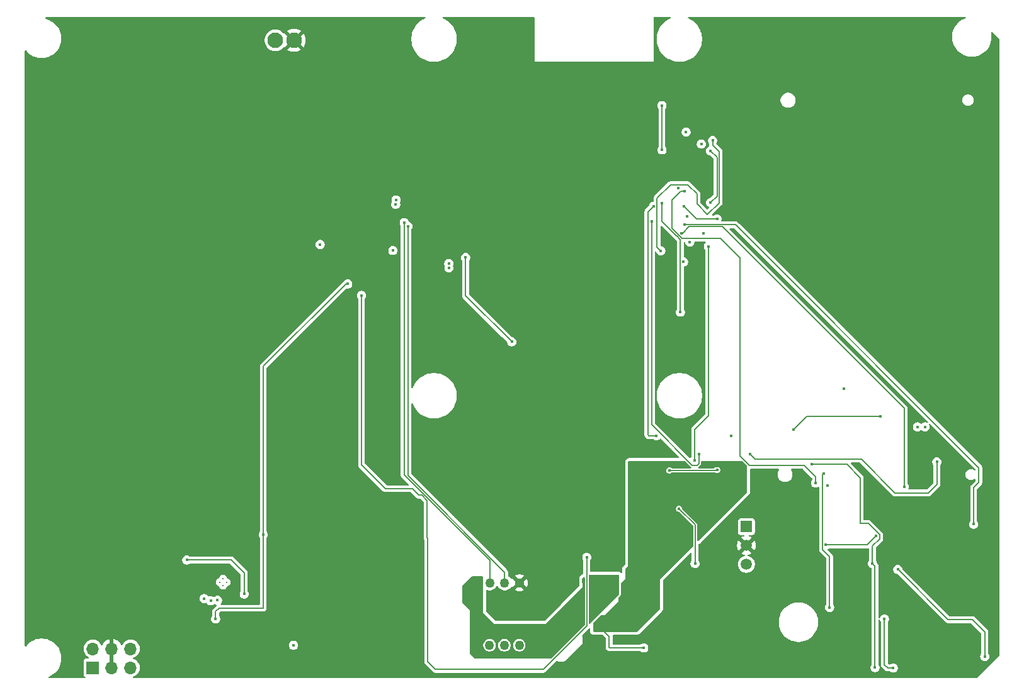
<source format=gbr>
%TF.GenerationSoftware,KiCad,Pcbnew,9.0.1*%
%TF.CreationDate,2025-04-26T19:52:48-05:00*%
%TF.ProjectId,CM5IO,434d3549-4f2e-46b6-9963-61645f706362,rev?*%
%TF.SameCoordinates,Original*%
%TF.FileFunction,Copper,L4,Bot*%
%TF.FilePolarity,Positive*%
%FSLAX46Y46*%
G04 Gerber Fmt 4.6, Leading zero omitted, Abs format (unit mm)*
G04 Created by KiCad (PCBNEW 9.0.1) date 2025-04-26 19:52:48*
%MOMM*%
%LPD*%
G01*
G04 APERTURE LIST*
%TA.AperFunction,ComponentPad*%
%ADD10C,2.100000*%
%TD*%
%TA.AperFunction,ComponentPad*%
%ADD11C,0.300000*%
%TD*%
%TA.AperFunction,ComponentPad*%
%ADD12R,1.700000X1.700000*%
%TD*%
%TA.AperFunction,ComponentPad*%
%ADD13O,1.700000X1.700000*%
%TD*%
%TA.AperFunction,ComponentPad*%
%ADD14R,1.500000X1.500000*%
%TD*%
%TA.AperFunction,ComponentPad*%
%ADD15C,1.500000*%
%TD*%
%TA.AperFunction,ComponentPad*%
%ADD16C,1.270000*%
%TD*%
%TA.AperFunction,ViaPad*%
%ADD17C,0.450000*%
%TD*%
%TA.AperFunction,Conductor*%
%ADD18C,0.130000*%
%TD*%
%TA.AperFunction,Conductor*%
%ADD19C,0.147000*%
%TD*%
G04 APERTURE END LIST*
D10*
%TO.P,J2,1*%
%TO.N,GND*%
X143680000Y-73655000D03*
%TO.P,J2,2*%
%TO.N,/+5v*%
X141180000Y-73655000D03*
%TD*%
D11*
%TO.P,U2,22*%
%TO.N,N/C*%
X134150000Y-146150000D03*
%TO.P,U2,23*%
X134600000Y-146600000D03*
%TO.P,U2,24*%
X134150000Y-147050000D03*
%TO.P,U2,25*%
X133700000Y-146600000D03*
%TD*%
D12*
%TO.P,J6,1,Pin_1*%
%TO.N,Net-(J6-Pin_1)*%
X116625000Y-158125000D03*
D13*
%TO.P,J6,2,Pin_2*%
%TO.N,Net-(J6-Pin_2)*%
X116625000Y-155585000D03*
%TO.P,J6,3,Pin_3*%
%TO.N,GND*%
X119165000Y-158125000D03*
%TO.P,J6,4,Pin_4*%
X119165000Y-155585000D03*
%TO.P,J6,5,Pin_5*%
%TO.N,Net-(J6-Pin_5)*%
X121705000Y-158125000D03*
%TO.P,J6,6,Pin_6*%
%TO.N,Net-(J6-Pin_6)*%
X121705000Y-155585000D03*
%TD*%
D14*
%TO.P,Q4,1,B*%
%TO.N,/CM5_GPIO ( Ethernet\u002C GPIO\u002C SDCARD)/GPIO19*%
X204500000Y-139120000D03*
D15*
%TO.P,Q4,2,E*%
%TO.N,GND*%
X204500000Y-141660000D03*
%TO.P,Q4,3,C*%
%TO.N,/PCIe-M2/W_DISABLE*%
X204500000Y-144200000D03*
%TD*%
D16*
%TO.P,J5,1,VBUS1*%
%TO.N,/CM5_HighSpeed/VBUS*%
X168000000Y-146700000D03*
%TO.P,J5,2,D1-*%
%TO.N,/CM5_HighSpeed/USB3-0-D_N*%
X170000000Y-146700000D03*
%TO.P,J5,3,D1+*%
%TO.N,/CM5_HighSpeed/USB3-0-D_P*%
X172000000Y-146700000D03*
%TO.P,J5,4,GND1*%
%TO.N,GND*%
X174000000Y-146700000D03*
%TO.P,J5,5,VBUS2*%
%TO.N,/CM5_HighSpeed/VBUS*%
X167970000Y-155100000D03*
%TO.P,J5,6,D2-*%
%TO.N,/CM5_HighSpeed/USB3-1-D_N*%
X169970000Y-155100000D03*
%TO.P,J5,7,D2+*%
%TO.N,/CM5_HighSpeed/USB3-1-D_P*%
X171970000Y-155100000D03*
%TO.P,J5,8,GND2*%
%TO.N,GND*%
X173970000Y-155100000D03*
%TD*%
D17*
%TO.N,GND*%
X192650000Y-104800000D03*
X189800000Y-95500000D03*
X130900000Y-148000000D03*
X196500000Y-102650000D03*
X140360000Y-138280000D03*
X198650000Y-90800000D03*
X196350000Y-91700000D03*
%TO.N,/PCIe-M2/SIM_VDD*%
X213300000Y-130750000D03*
X221450000Y-144100000D03*
X221800000Y-158100000D03*
%TO.N,/CM5_HighSpeed/VBUS*%
X185900000Y-146850000D03*
%TO.N,/PCIe-M2/M2_3v3*%
X222500000Y-124250000D03*
X197600000Y-144100000D03*
X202450000Y-126950000D03*
X195450000Y-136700000D03*
X210850000Y-126050000D03*
%TO.N,Net-(CR1-I{slash}O1)*%
X236550000Y-156600000D03*
X224850000Y-144900000D03*
X221925000Y-140375000D03*
X215150000Y-141600000D03*
%TO.N,/+3.3v*%
X193150000Y-82450000D03*
X157350000Y-95750000D03*
X139550000Y-140200000D03*
X193150000Y-88400000D03*
X150900000Y-106450000D03*
X133150000Y-151550000D03*
%TO.N,Net-(CR1-I{slash}O3)*%
X224250000Y-158150000D03*
X223050000Y-151550000D03*
%TO.N,Net-(D6-A)*%
X200550000Y-131500000D03*
X194150000Y-131550000D03*
%TO.N,/PCIe-M2/LED_WWAN*%
X230100000Y-130400000D03*
X205000000Y-129400000D03*
%TO.N,/+5v*%
X190700000Y-155450000D03*
X198450000Y-87616000D03*
X184700000Y-152550000D03*
%TO.N,/PCIe-M2/SIM_CLK*%
X215700000Y-150000000D03*
X214900000Y-131950000D03*
%TO.N,/CM5_HighSpeed/USB2_P*%
X164500000Y-103700000D03*
X228500000Y-125700000D03*
%TO.N,/CM5_HighSpeed/USB2_N*%
X164505948Y-104280951D03*
X227500000Y-125700000D03*
%TO.N,/CM5_GPIO ( Ethernet\u002C GPIO\u002C SDCARD)/ID_SC*%
X197550000Y-130200000D03*
X199400000Y-101400000D03*
%TO.N,/CM5_GPIO ( Ethernet\u002C GPIO\u002C SDCARD)/ID_SD*%
X198100000Y-129400000D03*
X191750000Y-98050000D03*
%TO.N,/CM5_GPIO ( Ethernet\u002C GPIO\u002C SDCARD)/GPIO2*%
X136990000Y-148190000D03*
X129270000Y-143630000D03*
%TO.N,/CM5_GPIO ( Ethernet\u002C GPIO\u002C SDCARD)/GPIO3*%
X195360000Y-93560000D03*
X143610000Y-155100000D03*
%TO.N,/CM5_GPIO ( Ethernet\u002C GPIO\u002C SDCARD)/GPIO14*%
X196229000Y-94000000D03*
X213800000Y-133250000D03*
%TO.N,/CM5_GPIO ( Ethernet\u002C GPIO\u002C SDCARD)/GPIO15*%
X215450000Y-133600000D03*
X217650000Y-120600000D03*
%TO.N,/CM5_GPIO ( Ethernet\u002C GPIO\u002C SDCARD)/GPIO18*%
X196500000Y-97350000D03*
X132500000Y-149100000D03*
%TO.N,/CM5_GPIO ( Ethernet\u002C GPIO\u002C SDCARD)/GPIO27*%
X195635000Y-110250000D03*
X193100000Y-95550000D03*
%TO.N,/CM5_GPIO ( Ethernet\u002C GPIO\u002C SDCARD)/GPIO22*%
X147200000Y-101150000D03*
X192000000Y-96000000D03*
X192400000Y-126900000D03*
X196100000Y-96000000D03*
X200550000Y-97700000D03*
%TO.N,/CM5_GPIO ( Ethernet\u002C GPIO\u002C SDCARD)/GPIO6*%
X196150000Y-98500000D03*
X235050000Y-138800000D03*
%TO.N,/CM5_GPIO ( Ethernet\u002C GPIO\u002C SDCARD)/GPIO13*%
X225700000Y-133750000D03*
X195751475Y-99611796D03*
%TO.N,/CM5_GPIO ( Ethernet\u002C GPIO\u002C SDCARD)/GPIO19*%
X196050000Y-103480000D03*
X131600000Y-148800000D03*
%TO.N,/CM5_GPIO ( Ethernet\u002C GPIO\u002C SDCARD)/GPIO20*%
X198750000Y-99650000D03*
X133400000Y-149050000D03*
%TO.N,/CM5_HighSpeed/USB3-0-D_N*%
X158500000Y-98200000D03*
%TO.N,/CM5_HighSpeed/USB3-0-D_P*%
X159000000Y-98700000D03*
%TO.N,/CM5_GPIO ( Ethernet\u002C GPIO\u002C SDCARD)/TACHO*%
X193000000Y-102000000D03*
X199956550Y-87156550D03*
%TO.N,/CM5_GPIO ( Ethernet\u002C GPIO\u002C SDCARD)/PWM*%
X199700000Y-95500000D03*
X199700000Y-88550000D03*
%TO.N,Net-(Module1A-LED_nACT)*%
X156978500Y-101950000D03*
X196900000Y-100800000D03*
%TO.N,/CM5_GPIO ( Ethernet\u002C GPIO\u002C SDCARD)/nPWR_LED*%
X157400000Y-95150000D03*
X196400000Y-86000000D03*
%TO.N,/CM5_HighSpeed/PCIE_PWR_EN*%
X152750000Y-108000000D03*
X183050000Y-143250000D03*
%TO.N,/CM5_HighSpeed/VBUS_EN*%
X166750000Y-102900000D03*
X172950000Y-114250000D03*
%TD*%
D18*
%TO.N,/CM5_GPIO ( Ethernet\u002C GPIO\u002C SDCARD)/TACHO*%
X199250000Y-97100000D02*
X200806000Y-95544000D01*
X200806000Y-95544000D02*
X200806000Y-88606000D01*
X200806000Y-88606000D02*
X199956550Y-87756550D01*
X197850000Y-95700000D02*
X197850000Y-94350000D01*
X199956550Y-87156550D02*
X199956550Y-87756550D01*
X192500000Y-101500000D02*
X193000000Y-102000000D01*
X199250000Y-97100000D02*
X197850000Y-95700000D01*
X197850000Y-94350000D02*
X196600000Y-93100000D01*
X196600000Y-93100000D02*
X194300000Y-93100000D01*
X194300000Y-93100000D02*
X192500000Y-94900000D01*
X192500000Y-94900000D02*
X192500000Y-101500000D01*
%TO.N,GND*%
X140360000Y-138280000D02*
X140430000Y-138350000D01*
%TO.N,/PCIe-M2/SIM_VDD*%
X220900000Y-138700000D02*
X219800000Y-138700000D01*
X218000000Y-130750000D02*
X219800000Y-132550000D01*
X218000000Y-130750000D02*
X213300000Y-130750000D01*
X222400000Y-140800000D02*
X222400000Y-140200000D01*
X222400000Y-140200000D02*
X220900000Y-138700000D01*
X219800000Y-138700000D02*
X219800000Y-132550000D01*
X221800000Y-158100000D02*
X221800000Y-144450000D01*
X221450000Y-144100000D02*
X221450000Y-141750000D01*
X221800000Y-144450000D02*
X221450000Y-144100000D01*
X221450000Y-141750000D02*
X222400000Y-140800000D01*
%TO.N,/PCIe-M2/M2_3v3*%
X197600000Y-138850000D02*
X197600000Y-144100000D01*
X222500000Y-124250000D02*
X212650000Y-124250000D01*
X212650000Y-124250000D02*
X210850000Y-126050000D01*
X195450000Y-136700000D02*
X197600000Y-138850000D01*
%TO.N,Net-(CR1-I{slash}O1)*%
X215150000Y-141600000D02*
X220700000Y-141600000D01*
X220700000Y-141600000D02*
X221925000Y-140375000D01*
X234900000Y-151650000D02*
X231600000Y-151650000D01*
X231600000Y-151650000D02*
X224850000Y-144900000D01*
X236550000Y-156600000D02*
X236550000Y-153300000D01*
X236550000Y-153300000D02*
X234900000Y-151650000D01*
%TO.N,/+3.3v*%
X139550000Y-140200000D02*
X139550000Y-117550000D01*
X133150000Y-150550000D02*
X133150000Y-151550000D01*
X193150000Y-88400000D02*
X193150000Y-82450000D01*
X139550000Y-140200000D02*
X139550000Y-150100000D01*
X139550000Y-117550000D02*
X150600000Y-106500000D01*
X139550000Y-150100000D02*
X133600000Y-150100000D01*
X133600000Y-150100000D02*
X133150000Y-150550000D01*
X150850000Y-106500000D02*
X150900000Y-106450000D01*
X150600000Y-106500000D02*
X150850000Y-106500000D01*
%TO.N,Net-(CR1-I{slash}O3)*%
X224250000Y-158150000D02*
X223500000Y-158150000D01*
X223500000Y-158150000D02*
X223050000Y-157700000D01*
X223050000Y-157700000D02*
X223050000Y-151550000D01*
%TO.N,Net-(D6-A)*%
X200500000Y-131550000D02*
X200550000Y-131500000D01*
X194150000Y-131550000D02*
X200500000Y-131550000D01*
%TO.N,/PCIe-M2/LED_WWAN*%
X230100000Y-130400000D02*
X230100000Y-133450000D01*
X228950000Y-134600000D02*
X230100000Y-133450000D01*
X205650000Y-130050000D02*
X219950000Y-130050000D01*
X228950000Y-134600000D02*
X224500000Y-134600000D01*
X205650000Y-130050000D02*
X205000000Y-129400000D01*
X224500000Y-134600000D02*
X219950000Y-130050000D01*
%TO.N,/+5v*%
X190700000Y-155450000D02*
X186100000Y-155450000D01*
X186050000Y-155400000D02*
X186050000Y-153900000D01*
X186100000Y-155450000D02*
X186050000Y-155400000D01*
X186050000Y-153900000D02*
X184700000Y-152550000D01*
%TO.N,/PCIe-M2/SIM_CLK*%
X214734000Y-142234000D02*
X214734000Y-132116000D01*
X214734000Y-132116000D02*
X214900000Y-131950000D01*
X214734000Y-142234000D02*
X215700000Y-143200000D01*
X215700000Y-150000000D02*
X215700000Y-143200000D01*
%TO.N,/CM5_GPIO ( Ethernet\u002C GPIO\u002C SDCARD)/ID_SC*%
X199400000Y-124200000D02*
X199400000Y-101400000D01*
X197550000Y-130200000D02*
X197550000Y-126050000D01*
X197550000Y-126050000D02*
X199400000Y-124200000D01*
%TO.N,/CM5_GPIO ( Ethernet\u002C GPIO\u002C SDCARD)/ID_SD*%
X198100000Y-129400000D02*
X198100000Y-130650000D01*
X197900000Y-130850000D02*
X197200000Y-130850000D01*
X198100000Y-130650000D02*
X197900000Y-130850000D01*
X191750000Y-125400000D02*
X191750000Y-98050000D01*
X191750000Y-125400000D02*
X197200000Y-130850000D01*
%TO.N,/CM5_GPIO ( Ethernet\u002C GPIO\u002C SDCARD)/GPIO2*%
X129270000Y-143630000D02*
X135260000Y-143630000D01*
X136990000Y-145360000D02*
X136990000Y-148190000D01*
X135260000Y-143630000D02*
X136360000Y-144730000D01*
X136360000Y-144730000D02*
X136990000Y-145360000D01*
%TO.N,/CM5_GPIO ( Ethernet\u002C GPIO\u002C SDCARD)/GPIO14*%
X196229000Y-94000000D02*
X195700000Y-94000000D01*
X213800000Y-132400000D02*
X212300000Y-130900000D01*
X213800000Y-133250000D02*
X213800000Y-132400000D01*
X203650000Y-129650000D02*
X203650000Y-102950000D01*
X203650000Y-102950000D02*
X201000000Y-100300000D01*
X195741038Y-100229000D02*
X195741039Y-100229000D01*
X201000000Y-100300000D02*
X195812038Y-100300000D01*
X195812038Y-100300000D02*
X195741038Y-100229000D01*
X194500000Y-95200000D02*
X194500000Y-98987961D01*
X204900000Y-130900000D02*
X203650000Y-129650000D01*
X195700000Y-94000000D02*
X194500000Y-95200000D01*
X194500000Y-98987961D02*
X195741038Y-100229000D01*
X212300000Y-130900000D02*
X204900000Y-130900000D01*
%TO.N,/CM5_GPIO ( Ethernet\u002C GPIO\u002C SDCARD)/GPIO27*%
X195635000Y-110250000D02*
X195635000Y-100485000D01*
X195150000Y-100000000D02*
X195100000Y-100000000D01*
X193100000Y-98000000D02*
X193100000Y-95550000D01*
X195635000Y-100485000D02*
X195150000Y-100000000D01*
X195100000Y-100000000D02*
X193100000Y-98000000D01*
%TO.N,/CM5_GPIO ( Ethernet\u002C GPIO\u002C SDCARD)/GPIO22*%
X192400000Y-126900000D02*
X191400000Y-126900000D01*
X200550000Y-97700000D02*
X197800000Y-97700000D01*
X191400000Y-126900000D02*
X191250000Y-126750000D01*
X191250000Y-126750000D02*
X191250000Y-96750000D01*
X191250000Y-96750000D02*
X192000000Y-96000000D01*
X197800000Y-97700000D02*
X196100000Y-96000000D01*
%TO.N,/CM5_GPIO ( Ethernet\u002C GPIO\u002C SDCARD)/GPIO6*%
X235750000Y-133150000D02*
X235750000Y-131200000D01*
X235050000Y-138800000D02*
X235050000Y-133850000D01*
X203050000Y-98500000D02*
X196150000Y-98500000D01*
X235050000Y-133850000D02*
X235750000Y-133150000D01*
X235750000Y-131200000D02*
X203050000Y-98500000D01*
%TO.N,/CM5_GPIO ( Ethernet\u002C GPIO\u002C SDCARD)/GPIO13*%
X195938204Y-99611796D02*
X196794000Y-98756000D01*
X196794000Y-98756000D02*
X201256000Y-98756000D01*
X225700000Y-123200000D02*
X225700000Y-133750000D01*
X201256000Y-98756000D02*
X225700000Y-123200000D01*
X195751475Y-99611796D02*
X195938204Y-99611796D01*
D19*
%TO.N,/CM5_HighSpeed/USB3-0-D_N*%
X158500000Y-132168870D02*
X170000000Y-143668870D01*
X170000000Y-143668870D02*
X170000000Y-146700000D01*
X158500000Y-98200000D02*
X158500000Y-132168870D01*
%TO.N,/CM5_HighSpeed/USB3-0-D_P*%
X159000000Y-98700000D02*
X159000000Y-132275718D01*
X159000000Y-132275718D02*
X172000000Y-145275718D01*
X172000000Y-146700000D02*
X172000000Y-145275718D01*
D18*
%TO.N,/CM5_GPIO ( Ethernet\u002C GPIO\u002C SDCARD)/PWM*%
X200550000Y-89400000D02*
X199700000Y-88550000D01*
X200550000Y-94650000D02*
X200550000Y-89400000D01*
X199700000Y-95500000D02*
X200550000Y-94650000D01*
%TO.N,/CM5_HighSpeed/PCIE_PWR_EN*%
X183050000Y-152500000D02*
X183050000Y-143250000D01*
X161550000Y-135600000D02*
X161550000Y-140650000D01*
X155950000Y-134025000D02*
X159575000Y-134025000D01*
X155950000Y-134025000D02*
X152750000Y-130825000D01*
X161550000Y-140650000D02*
X161650000Y-140750000D01*
X160450000Y-134900000D02*
X160850000Y-134900000D01*
X160850000Y-134900000D02*
X161550000Y-135600000D01*
X152750000Y-130825000D02*
X152750000Y-108000000D01*
X161650000Y-157300000D02*
X162700000Y-158350000D01*
X161650000Y-140750000D02*
X161650000Y-157300000D01*
X162700000Y-158350000D02*
X177200000Y-158350000D01*
X159575000Y-134025000D02*
X160450000Y-134900000D01*
X177200000Y-158350000D02*
X183050000Y-152500000D01*
%TO.N,/CM5_HighSpeed/VBUS_EN*%
X166750000Y-108050000D02*
X166750000Y-102900000D01*
X172950000Y-114250000D02*
X166750000Y-108050000D01*
%TD*%
%TA.AperFunction,Conductor*%
%TO.N,/CM5_HighSpeed/VBUS*%
G36*
X169043039Y-145819685D02*
G01*
X169088794Y-145872489D01*
X169100000Y-145924000D01*
X169100000Y-146900000D01*
X169100000Y-150700000D01*
X170600000Y-152200000D01*
X177600000Y-152200000D01*
X180499359Y-149200662D01*
X180500715Y-149199284D01*
X182500000Y-147200000D01*
X182405258Y-146157838D01*
X182418792Y-146089292D01*
X182441062Y-146058937D01*
X182572821Y-145927178D01*
X182634142Y-145893696D01*
X182703834Y-145898680D01*
X182759767Y-145940552D01*
X182784184Y-146006016D01*
X182784500Y-146014862D01*
X182784500Y-152338664D01*
X182764815Y-152405703D01*
X182748181Y-152426345D01*
X178310845Y-156863681D01*
X178249522Y-156897166D01*
X178223164Y-156900000D01*
X168051362Y-156900000D01*
X167984323Y-156880315D01*
X167963681Y-156863681D01*
X167336319Y-156236319D01*
X167302834Y-156174996D01*
X167300000Y-156148638D01*
X167300000Y-155017705D01*
X169134500Y-155017705D01*
X169134500Y-155182294D01*
X169166605Y-155343698D01*
X169166607Y-155343706D01*
X169229587Y-155495755D01*
X169229592Y-155495764D01*
X169321023Y-155632599D01*
X169321026Y-155632603D01*
X169437396Y-155748973D01*
X169437400Y-155748976D01*
X169574235Y-155840407D01*
X169574241Y-155840410D01*
X169574242Y-155840411D01*
X169726294Y-155903393D01*
X169887705Y-155935499D01*
X169887709Y-155935500D01*
X169887710Y-155935500D01*
X170052291Y-155935500D01*
X170052292Y-155935499D01*
X170213706Y-155903393D01*
X170365758Y-155840411D01*
X170502600Y-155748976D01*
X170618976Y-155632600D01*
X170710411Y-155495758D01*
X170773393Y-155343706D01*
X170805500Y-155182290D01*
X170805500Y-155017710D01*
X170805499Y-155017705D01*
X171134500Y-155017705D01*
X171134500Y-155182294D01*
X171166605Y-155343698D01*
X171166607Y-155343706D01*
X171229587Y-155495755D01*
X171229592Y-155495764D01*
X171321023Y-155632599D01*
X171321026Y-155632603D01*
X171437396Y-155748973D01*
X171437400Y-155748976D01*
X171574235Y-155840407D01*
X171574241Y-155840410D01*
X171574242Y-155840411D01*
X171726294Y-155903393D01*
X171887705Y-155935499D01*
X171887709Y-155935500D01*
X171887710Y-155935500D01*
X172052291Y-155935500D01*
X172052292Y-155935499D01*
X172213706Y-155903393D01*
X172365758Y-155840411D01*
X172502600Y-155748976D01*
X172618976Y-155632600D01*
X172710411Y-155495758D01*
X172773393Y-155343706D01*
X172805500Y-155182290D01*
X172805500Y-155017710D01*
X172805499Y-155017705D01*
X173134500Y-155017705D01*
X173134500Y-155182294D01*
X173166605Y-155343698D01*
X173166607Y-155343706D01*
X173229587Y-155495755D01*
X173229592Y-155495764D01*
X173321023Y-155632599D01*
X173321026Y-155632603D01*
X173437396Y-155748973D01*
X173437400Y-155748976D01*
X173574235Y-155840407D01*
X173574241Y-155840410D01*
X173574242Y-155840411D01*
X173726294Y-155903393D01*
X173887705Y-155935499D01*
X173887709Y-155935500D01*
X173887710Y-155935500D01*
X174052291Y-155935500D01*
X174052292Y-155935499D01*
X174213706Y-155903393D01*
X174365758Y-155840411D01*
X174502600Y-155748976D01*
X174618976Y-155632600D01*
X174710411Y-155495758D01*
X174773393Y-155343706D01*
X174805500Y-155182290D01*
X174805500Y-155017710D01*
X174773393Y-154856294D01*
X174710411Y-154704242D01*
X174710410Y-154704241D01*
X174710407Y-154704235D01*
X174618976Y-154567400D01*
X174618973Y-154567396D01*
X174502603Y-154451026D01*
X174502599Y-154451023D01*
X174365764Y-154359592D01*
X174365755Y-154359587D01*
X174213706Y-154296607D01*
X174213698Y-154296605D01*
X174052294Y-154264500D01*
X174052290Y-154264500D01*
X173887710Y-154264500D01*
X173887705Y-154264500D01*
X173726301Y-154296605D01*
X173726293Y-154296607D01*
X173574244Y-154359587D01*
X173574235Y-154359592D01*
X173437400Y-154451023D01*
X173437396Y-154451026D01*
X173321026Y-154567396D01*
X173321023Y-154567400D01*
X173229592Y-154704235D01*
X173229587Y-154704244D01*
X173166607Y-154856293D01*
X173166605Y-154856301D01*
X173134500Y-155017705D01*
X172805499Y-155017705D01*
X172773393Y-154856294D01*
X172710411Y-154704242D01*
X172710410Y-154704241D01*
X172710407Y-154704235D01*
X172618976Y-154567400D01*
X172618973Y-154567396D01*
X172502603Y-154451026D01*
X172502599Y-154451023D01*
X172365764Y-154359592D01*
X172365755Y-154359587D01*
X172213706Y-154296607D01*
X172213698Y-154296605D01*
X172052294Y-154264500D01*
X172052290Y-154264500D01*
X171887710Y-154264500D01*
X171887705Y-154264500D01*
X171726301Y-154296605D01*
X171726293Y-154296607D01*
X171574244Y-154359587D01*
X171574235Y-154359592D01*
X171437400Y-154451023D01*
X171437396Y-154451026D01*
X171321026Y-154567396D01*
X171321023Y-154567400D01*
X171229592Y-154704235D01*
X171229587Y-154704244D01*
X171166607Y-154856293D01*
X171166605Y-154856301D01*
X171134500Y-155017705D01*
X170805499Y-155017705D01*
X170773393Y-154856294D01*
X170710411Y-154704242D01*
X170710410Y-154704241D01*
X170710407Y-154704235D01*
X170618976Y-154567400D01*
X170618973Y-154567396D01*
X170502603Y-154451026D01*
X170502599Y-154451023D01*
X170365764Y-154359592D01*
X170365755Y-154359587D01*
X170213706Y-154296607D01*
X170213698Y-154296605D01*
X170052294Y-154264500D01*
X170052290Y-154264500D01*
X169887710Y-154264500D01*
X169887705Y-154264500D01*
X169726301Y-154296605D01*
X169726293Y-154296607D01*
X169574244Y-154359587D01*
X169574235Y-154359592D01*
X169437400Y-154451023D01*
X169437396Y-154451026D01*
X169321026Y-154567396D01*
X169321023Y-154567400D01*
X169229592Y-154704235D01*
X169229587Y-154704244D01*
X169166607Y-154856293D01*
X169166605Y-154856301D01*
X169134500Y-155017705D01*
X167300000Y-155017705D01*
X167300000Y-150400000D01*
X166336319Y-149436319D01*
X166302834Y-149374996D01*
X166300000Y-149348638D01*
X166300000Y-147151362D01*
X166319685Y-147084323D01*
X166336319Y-147063681D01*
X167563681Y-145836319D01*
X167625004Y-145802834D01*
X167651362Y-145800000D01*
X168976000Y-145800000D01*
X169043039Y-145819685D01*
G37*
%TD.AperFunction*%
%TA.AperFunction,Conductor*%
G36*
X187343039Y-145619685D02*
G01*
X187388794Y-145672489D01*
X187400000Y-145724000D01*
X187400000Y-148248638D01*
X187380315Y-148315677D01*
X187363681Y-148336319D01*
X183527181Y-152172819D01*
X183465858Y-152206304D01*
X183396166Y-152201320D01*
X183340233Y-152159448D01*
X183315816Y-152093984D01*
X183315500Y-152085138D01*
X183315500Y-145724000D01*
X183335185Y-145656961D01*
X183387989Y-145611206D01*
X183439500Y-145600000D01*
X187276000Y-145600000D01*
X187343039Y-145619685D01*
G37*
%TD.AperFunction*%
%TD*%
%TA.AperFunction,Conductor*%
%TO.N,/+5v*%
G36*
X196290203Y-130319685D02*
G01*
X196310845Y-130336319D01*
X197047345Y-131072819D01*
X197080830Y-131134142D01*
X197075846Y-131203834D01*
X197033974Y-131259767D01*
X196968510Y-131284184D01*
X196959664Y-131284500D01*
X194537610Y-131284500D01*
X194470571Y-131264815D01*
X194449929Y-131248181D01*
X194411265Y-131209517D01*
X194411263Y-131209515D01*
X194324664Y-131159517D01*
X194314239Y-131153498D01*
X194314238Y-131153497D01*
X194314237Y-131153497D01*
X194206018Y-131124500D01*
X194093982Y-131124500D01*
X193985763Y-131153497D01*
X193985760Y-131153498D01*
X193888740Y-131209513D01*
X193888734Y-131209517D01*
X193809517Y-131288734D01*
X193809513Y-131288740D01*
X193753498Y-131385760D01*
X193753497Y-131385763D01*
X193724500Y-131493982D01*
X193724500Y-131606018D01*
X193753497Y-131714237D01*
X193809515Y-131811263D01*
X193888737Y-131890485D01*
X193985763Y-131946503D01*
X194093982Y-131975500D01*
X194093984Y-131975500D01*
X194206016Y-131975500D01*
X194206018Y-131975500D01*
X194314237Y-131946503D01*
X194411263Y-131890485D01*
X194449929Y-131851819D01*
X194511252Y-131818334D01*
X194537610Y-131815500D01*
X200214084Y-131815500D01*
X200281123Y-131835185D01*
X200288313Y-131840240D01*
X200288736Y-131840484D01*
X200288737Y-131840485D01*
X200385763Y-131896503D01*
X200493982Y-131925500D01*
X200493984Y-131925500D01*
X200606016Y-131925500D01*
X200606018Y-131925500D01*
X200714237Y-131896503D01*
X200811263Y-131840485D01*
X200890485Y-131761263D01*
X200946503Y-131664237D01*
X200975500Y-131556018D01*
X200975500Y-131443982D01*
X200946503Y-131335763D01*
X200890485Y-131238737D01*
X200811263Y-131159515D01*
X200714237Y-131103497D01*
X200606018Y-131074500D01*
X200493982Y-131074500D01*
X200385763Y-131103497D01*
X200385760Y-131103498D01*
X200288740Y-131159513D01*
X200288734Y-131159517D01*
X200203768Y-131244484D01*
X200202173Y-131242889D01*
X200155194Y-131277191D01*
X200113250Y-131284500D01*
X198140336Y-131284500D01*
X198073297Y-131264815D01*
X198027542Y-131212011D01*
X198017598Y-131142853D01*
X198046623Y-131079297D01*
X198052655Y-131072819D01*
X198186319Y-130939155D01*
X198325080Y-130800394D01*
X198365500Y-130702811D01*
X198365500Y-130597188D01*
X198365500Y-130424000D01*
X198385185Y-130356961D01*
X198437989Y-130311206D01*
X198489500Y-130300000D01*
X203873164Y-130300000D01*
X203940203Y-130319685D01*
X203960845Y-130336319D01*
X204563681Y-130939155D01*
X204597166Y-131000478D01*
X204600000Y-131026836D01*
X204600000Y-134448638D01*
X204580315Y-134515677D01*
X204563681Y-134536319D01*
X198077181Y-141022819D01*
X198015858Y-141056304D01*
X197946166Y-141051320D01*
X197890233Y-141009448D01*
X197865816Y-140943984D01*
X197865500Y-140935138D01*
X197865500Y-138797190D01*
X197865499Y-138797186D01*
X197825080Y-138699607D01*
X197825080Y-138699606D01*
X195911819Y-136786345D01*
X195878334Y-136725022D01*
X195875500Y-136698664D01*
X195875500Y-136643984D01*
X195875500Y-136643982D01*
X195846503Y-136535763D01*
X195790485Y-136438737D01*
X195711263Y-136359515D01*
X195614237Y-136303497D01*
X195506018Y-136274500D01*
X195393982Y-136274500D01*
X195285763Y-136303497D01*
X195285760Y-136303498D01*
X195188740Y-136359513D01*
X195188734Y-136359517D01*
X195109517Y-136438734D01*
X195109513Y-136438740D01*
X195053498Y-136535760D01*
X195053497Y-136535763D01*
X195024500Y-136643982D01*
X195024500Y-136756018D01*
X195053497Y-136864237D01*
X195109515Y-136961263D01*
X195188737Y-137040485D01*
X195285763Y-137096503D01*
X195393982Y-137125500D01*
X195448664Y-137125500D01*
X195515703Y-137145185D01*
X195536345Y-137161819D01*
X197298181Y-138923655D01*
X197331666Y-138984978D01*
X197334500Y-139011336D01*
X197334500Y-141714138D01*
X197314815Y-141781177D01*
X197298181Y-141801819D01*
X192900000Y-146199999D01*
X192900000Y-150148638D01*
X192880315Y-150215677D01*
X192863681Y-150236319D01*
X189836319Y-153263681D01*
X189774996Y-153297166D01*
X189748638Y-153300000D01*
X184024000Y-153300000D01*
X183956961Y-153280315D01*
X183911206Y-153227511D01*
X183900000Y-153176000D01*
X183900000Y-152141982D01*
X183919685Y-152074943D01*
X183936319Y-152054301D01*
X184954301Y-151036319D01*
X185015624Y-151002834D01*
X185041982Y-151000000D01*
X185500000Y-151000000D01*
X187300000Y-149200000D01*
X187300000Y-148741982D01*
X187319685Y-148674943D01*
X187336319Y-148654301D01*
X187508987Y-148481633D01*
X187523674Y-148465283D01*
X187523693Y-148465262D01*
X187540327Y-148444620D01*
X187577490Y-148373575D01*
X187597175Y-148306536D01*
X187605500Y-148248638D01*
X187605500Y-146845862D01*
X187625185Y-146778823D01*
X187641819Y-146758181D01*
X188200000Y-146200000D01*
X188200000Y-144851362D01*
X188219685Y-144784323D01*
X188236319Y-144763681D01*
X188600000Y-144400000D01*
X188600000Y-130424000D01*
X188619685Y-130356961D01*
X188672489Y-130311206D01*
X188724000Y-130300000D01*
X196223164Y-130300000D01*
X196290203Y-130319685D01*
G37*
%TD.AperFunction*%
%TD*%
%TA.AperFunction,Conductor*%
%TO.N,GND*%
G36*
X193124501Y-98668675D02*
G01*
X194820317Y-100364491D01*
X194924183Y-100424458D01*
X194924185Y-100424458D01*
X194927328Y-100426273D01*
X194947832Y-100442006D01*
X195150504Y-100644678D01*
X195178281Y-100699195D01*
X195179500Y-100714682D01*
X195179500Y-109794692D01*
X195160593Y-109852883D01*
X195157037Y-109857486D01*
X195156913Y-109857636D01*
X195089549Y-109958452D01*
X195089549Y-109958453D01*
X195043153Y-110070463D01*
X195043153Y-110070465D01*
X195019500Y-110189376D01*
X195019500Y-110310623D01*
X195043153Y-110429534D01*
X195043153Y-110429536D01*
X195089549Y-110541546D01*
X195089549Y-110541547D01*
X195156909Y-110642357D01*
X195156910Y-110642358D01*
X195242642Y-110728090D01*
X195343451Y-110795449D01*
X195455465Y-110841847D01*
X195574379Y-110865500D01*
X195574380Y-110865500D01*
X195695620Y-110865500D01*
X195695621Y-110865500D01*
X195814535Y-110841847D01*
X195926549Y-110795449D01*
X196027358Y-110728090D01*
X196113090Y-110642358D01*
X196180449Y-110541549D01*
X196226847Y-110429535D01*
X196250500Y-110310621D01*
X196250500Y-110189379D01*
X196226847Y-110070465D01*
X196180450Y-109958453D01*
X196180450Y-109958452D01*
X196113086Y-109857636D01*
X196112963Y-109857486D01*
X196112930Y-109857403D01*
X196110388Y-109853598D01*
X196111223Y-109853039D01*
X196090671Y-109800506D01*
X196090500Y-109794692D01*
X196090500Y-104180750D01*
X196109407Y-104122559D01*
X196158907Y-104086595D01*
X196170186Y-104083652D01*
X196229535Y-104071847D01*
X196341549Y-104025449D01*
X196442358Y-103958090D01*
X196528090Y-103872358D01*
X196595449Y-103771549D01*
X196641847Y-103659535D01*
X196665500Y-103540621D01*
X196665500Y-103419379D01*
X196641847Y-103300465D01*
X196596732Y-103191549D01*
X196595450Y-103188453D01*
X196595450Y-103188452D01*
X196528090Y-103087642D01*
X196442357Y-103001909D01*
X196341546Y-102934549D01*
X196229536Y-102888153D01*
X196229526Y-102888150D01*
X196170185Y-102876346D01*
X196116801Y-102846449D01*
X196091186Y-102790884D01*
X196090500Y-102779249D01*
X196090500Y-100890483D01*
X196109407Y-100832292D01*
X196158907Y-100796328D01*
X196220093Y-100796328D01*
X196269593Y-100832292D01*
X196286598Y-100871169D01*
X196308153Y-100979534D01*
X196308153Y-100979536D01*
X196354549Y-101091546D01*
X196354549Y-101091547D01*
X196421909Y-101192357D01*
X196421910Y-101192358D01*
X196507642Y-101278090D01*
X196608451Y-101345449D01*
X196720465Y-101391847D01*
X196839379Y-101415500D01*
X196839380Y-101415500D01*
X196960620Y-101415500D01*
X196960621Y-101415500D01*
X197079535Y-101391847D01*
X197191549Y-101345449D01*
X197292358Y-101278090D01*
X197378090Y-101192358D01*
X197445449Y-101091549D01*
X197491847Y-100979535D01*
X197515500Y-100860621D01*
X197515500Y-100854500D01*
X197534407Y-100796309D01*
X197583907Y-100760345D01*
X197614500Y-100755500D01*
X198935044Y-100755500D01*
X198993235Y-100774407D01*
X199029199Y-100823907D01*
X199029199Y-100885093D01*
X199005048Y-100924504D01*
X198921909Y-101007642D01*
X198854549Y-101108452D01*
X198854549Y-101108453D01*
X198808153Y-101220463D01*
X198808153Y-101220465D01*
X198784500Y-101339376D01*
X198784500Y-101460623D01*
X198808153Y-101579534D01*
X198808153Y-101579536D01*
X198854549Y-101691546D01*
X198854549Y-101691547D01*
X198921909Y-101792357D01*
X198922029Y-101792503D01*
X198922060Y-101792583D01*
X198924612Y-101796402D01*
X198923774Y-101796961D01*
X198944328Y-101849480D01*
X198944500Y-101855307D01*
X198944500Y-123970318D01*
X198925593Y-124028509D01*
X198915504Y-124040322D01*
X197185508Y-125770318D01*
X197154250Y-125824459D01*
X197125542Y-125874182D01*
X197125540Y-125874187D01*
X197094500Y-125990029D01*
X197094500Y-129744692D01*
X197077490Y-129800178D01*
X197073545Y-129806006D01*
X197071910Y-129807642D01*
X197030637Y-129869410D01*
X197030419Y-129869733D01*
X197006513Y-129888350D01*
X196982693Y-129907128D01*
X196982387Y-129907140D01*
X196982146Y-129907328D01*
X196951866Y-129908339D01*
X196921555Y-129909530D01*
X196921266Y-129909360D01*
X196920995Y-129909370D01*
X196919138Y-129908113D01*
X196878425Y-129884251D01*
X192234496Y-125240322D01*
X192206719Y-125185805D01*
X192205500Y-125170318D01*
X192205500Y-121328686D01*
X192449500Y-121328686D01*
X192449500Y-121671313D01*
X192487860Y-122011781D01*
X192564103Y-122345820D01*
X192677263Y-122669213D01*
X192677264Y-122669215D01*
X192825916Y-122977895D01*
X192825920Y-122977902D01*
X192825924Y-122977910D01*
X193008211Y-123268018D01*
X193221834Y-123535893D01*
X193464107Y-123778166D01*
X193731982Y-123991789D01*
X194022090Y-124174076D01*
X194022101Y-124174081D01*
X194022104Y-124174083D01*
X194053867Y-124189379D01*
X194330785Y-124322736D01*
X194481753Y-124375561D01*
X194654179Y-124435896D01*
X194654182Y-124435896D01*
X194654183Y-124435897D01*
X194988217Y-124512139D01*
X195328688Y-124550500D01*
X195328689Y-124550500D01*
X195671311Y-124550500D01*
X195671312Y-124550500D01*
X196011783Y-124512139D01*
X196345817Y-124435897D01*
X196669215Y-124322736D01*
X196977910Y-124174076D01*
X197268018Y-123991789D01*
X197535893Y-123778166D01*
X197778166Y-123535893D01*
X197991789Y-123268018D01*
X198174076Y-122977910D01*
X198322736Y-122669215D01*
X198435897Y-122345817D01*
X198512139Y-122011783D01*
X198550500Y-121671312D01*
X198550500Y-121328688D01*
X198512139Y-120988217D01*
X198435897Y-120654183D01*
X198322736Y-120330785D01*
X198222146Y-120121909D01*
X198174083Y-120022104D01*
X198174081Y-120022101D01*
X198174076Y-120022090D01*
X197991789Y-119731982D01*
X197778166Y-119464107D01*
X197535893Y-119221834D01*
X197268018Y-119008211D01*
X196977910Y-118825924D01*
X196977902Y-118825920D01*
X196977895Y-118825916D01*
X196669215Y-118677264D01*
X196669213Y-118677263D01*
X196345820Y-118564103D01*
X196011781Y-118487860D01*
X195671313Y-118449500D01*
X195671312Y-118449500D01*
X195328688Y-118449500D01*
X195328686Y-118449500D01*
X194988218Y-118487860D01*
X194654179Y-118564103D01*
X194330786Y-118677263D01*
X194330784Y-118677264D01*
X194022104Y-118825916D01*
X194022092Y-118825923D01*
X193731981Y-119008211D01*
X193464108Y-119221833D01*
X193221833Y-119464108D01*
X193008211Y-119731981D01*
X192878791Y-119937951D01*
X192849544Y-119984500D01*
X192825923Y-120022092D01*
X192825916Y-120022104D01*
X192677264Y-120330784D01*
X192677263Y-120330786D01*
X192564103Y-120654179D01*
X192487860Y-120988218D01*
X192449500Y-121328686D01*
X192205500Y-121328686D01*
X192205500Y-102165893D01*
X192224407Y-102107702D01*
X192273907Y-102071738D01*
X192335093Y-102071738D01*
X192384593Y-102107702D01*
X192401597Y-102146578D01*
X192408153Y-102179534D01*
X192408153Y-102179536D01*
X192454549Y-102291546D01*
X192454549Y-102291547D01*
X192521909Y-102392357D01*
X192521910Y-102392358D01*
X192607642Y-102478090D01*
X192708451Y-102545449D01*
X192820465Y-102591847D01*
X192939379Y-102615500D01*
X192939380Y-102615500D01*
X193060620Y-102615500D01*
X193060621Y-102615500D01*
X193179535Y-102591847D01*
X193291549Y-102545449D01*
X193392358Y-102478090D01*
X193478090Y-102392358D01*
X193545449Y-102291549D01*
X193591847Y-102179535D01*
X193615500Y-102060621D01*
X193615500Y-101939379D01*
X193591847Y-101820465D01*
X193545450Y-101708453D01*
X193545450Y-101708452D01*
X193478090Y-101607642D01*
X193392357Y-101521909D01*
X193291546Y-101454549D01*
X193179535Y-101408153D01*
X193060616Y-101384498D01*
X193060435Y-101384481D01*
X193060358Y-101384447D01*
X193055851Y-101383551D01*
X193055851Y-101383549D01*
X193054653Y-101383739D01*
X193029858Y-101371105D01*
X193004378Y-101359960D01*
X193000136Y-101355962D01*
X192984496Y-101340322D01*
X192956719Y-101285805D01*
X192955500Y-101270318D01*
X192955500Y-98738681D01*
X192974407Y-98680490D01*
X193023907Y-98644526D01*
X193085093Y-98644526D01*
X193124501Y-98668675D01*
G37*
%TD.AperFunction*%
%TA.AperFunction,Conductor*%
G36*
X161323321Y-70518907D02*
G01*
X161359285Y-70568407D01*
X161359285Y-70629593D01*
X161323321Y-70679093D01*
X161308087Y-70688194D01*
X161291292Y-70696283D01*
X161022097Y-70825920D01*
X161022091Y-70825923D01*
X161022090Y-70825924D01*
X160941508Y-70876557D01*
X160731981Y-71008211D01*
X160464108Y-71221833D01*
X160221833Y-71464108D01*
X160008211Y-71731981D01*
X159825923Y-72022092D01*
X159825916Y-72022104D01*
X159677264Y-72330784D01*
X159677263Y-72330786D01*
X159564103Y-72654179D01*
X159487860Y-72988218D01*
X159449500Y-73328686D01*
X159449500Y-73671313D01*
X159487860Y-74011781D01*
X159564103Y-74345820D01*
X159677263Y-74669213D01*
X159677264Y-74669215D01*
X159825916Y-74977895D01*
X159825920Y-74977902D01*
X159825924Y-74977910D01*
X160008211Y-75268018D01*
X160221834Y-75535893D01*
X160464107Y-75778166D01*
X160731982Y-75991789D01*
X161022090Y-76174076D01*
X161022101Y-76174081D01*
X161022104Y-76174083D01*
X161124660Y-76223471D01*
X161330785Y-76322736D01*
X161481753Y-76375561D01*
X161654179Y-76435896D01*
X161654182Y-76435896D01*
X161654183Y-76435897D01*
X161988217Y-76512139D01*
X162328688Y-76550500D01*
X162328689Y-76550500D01*
X162671311Y-76550500D01*
X162671312Y-76550500D01*
X163011783Y-76512139D01*
X163345817Y-76435897D01*
X163669215Y-76322736D01*
X163977910Y-76174076D01*
X164268018Y-75991789D01*
X164535893Y-75778166D01*
X164778166Y-75535893D01*
X164991789Y-75268018D01*
X165174076Y-74977910D01*
X165322736Y-74669215D01*
X165435897Y-74345817D01*
X165512139Y-74011783D01*
X165550500Y-73671312D01*
X165550500Y-73328688D01*
X165512139Y-72988217D01*
X165435897Y-72654183D01*
X165418407Y-72604200D01*
X165342908Y-72388435D01*
X165322736Y-72330785D01*
X165174076Y-72022090D01*
X164991789Y-71731982D01*
X164778166Y-71464107D01*
X164535893Y-71221834D01*
X164268018Y-71008211D01*
X163977910Y-70825924D01*
X163691914Y-70688195D01*
X163647691Y-70645913D01*
X163636766Y-70585711D01*
X163663313Y-70530585D01*
X163717193Y-70501591D01*
X163734870Y-70500000D01*
X175901000Y-70500000D01*
X175959191Y-70518907D01*
X175995155Y-70568407D01*
X176000000Y-70599000D01*
X176000000Y-76500000D01*
X191999999Y-76500000D01*
X192000000Y-76500000D01*
X192000000Y-70599000D01*
X192018907Y-70540809D01*
X192068407Y-70504845D01*
X192099000Y-70500000D01*
X194265130Y-70500000D01*
X194323321Y-70518907D01*
X194359285Y-70568407D01*
X194359285Y-70629593D01*
X194323321Y-70679093D01*
X194308087Y-70688194D01*
X194291292Y-70696283D01*
X194022097Y-70825920D01*
X194022091Y-70825923D01*
X194022090Y-70825924D01*
X193941508Y-70876557D01*
X193731981Y-71008211D01*
X193464108Y-71221833D01*
X193221833Y-71464108D01*
X193008211Y-71731981D01*
X192825923Y-72022092D01*
X192825916Y-72022104D01*
X192677264Y-72330784D01*
X192677263Y-72330786D01*
X192564103Y-72654179D01*
X192487860Y-72988218D01*
X192449500Y-73328686D01*
X192449500Y-73671313D01*
X192487860Y-74011781D01*
X192564103Y-74345820D01*
X192677263Y-74669213D01*
X192677264Y-74669215D01*
X192825916Y-74977895D01*
X192825920Y-74977902D01*
X192825924Y-74977910D01*
X193008211Y-75268018D01*
X193221834Y-75535893D01*
X193464107Y-75778166D01*
X193731982Y-75991789D01*
X194022090Y-76174076D01*
X194022101Y-76174081D01*
X194022104Y-76174083D01*
X194124660Y-76223471D01*
X194330785Y-76322736D01*
X194481753Y-76375561D01*
X194654179Y-76435896D01*
X194654182Y-76435896D01*
X194654183Y-76435897D01*
X194988217Y-76512139D01*
X195328688Y-76550500D01*
X195328689Y-76550500D01*
X195671311Y-76550500D01*
X195671312Y-76550500D01*
X196011783Y-76512139D01*
X196345817Y-76435897D01*
X196669215Y-76322736D01*
X196977910Y-76174076D01*
X197268018Y-75991789D01*
X197535893Y-75778166D01*
X197778166Y-75535893D01*
X197991789Y-75268018D01*
X198174076Y-74977910D01*
X198322736Y-74669215D01*
X198435897Y-74345817D01*
X198512139Y-74011783D01*
X198550500Y-73671312D01*
X198550500Y-73328688D01*
X198512139Y-72988217D01*
X198435897Y-72654183D01*
X198418407Y-72604200D01*
X198342908Y-72388435D01*
X198322736Y-72330785D01*
X198174076Y-72022090D01*
X197991789Y-71731982D01*
X197778166Y-71464107D01*
X197535893Y-71221834D01*
X197268018Y-71008211D01*
X196977910Y-70825924D01*
X196691914Y-70688195D01*
X196647691Y-70645913D01*
X196636766Y-70585711D01*
X196663313Y-70530585D01*
X196717193Y-70501591D01*
X196734870Y-70500000D01*
X233918453Y-70500000D01*
X233976644Y-70518907D01*
X234012608Y-70568407D01*
X234012608Y-70629593D01*
X233976644Y-70679093D01*
X233951151Y-70692444D01*
X233794100Y-70747398D01*
X233794097Y-70747399D01*
X233525897Y-70876557D01*
X233525885Y-70876564D01*
X233273814Y-71034950D01*
X233041062Y-71220565D01*
X232830565Y-71431062D01*
X232644950Y-71663814D01*
X232486564Y-71915885D01*
X232486557Y-71915897D01*
X232357399Y-72184097D01*
X232357398Y-72184100D01*
X232259076Y-72465087D01*
X232192832Y-72755322D01*
X232192831Y-72755328D01*
X232159500Y-73051134D01*
X232159500Y-73348865D01*
X232192831Y-73644671D01*
X232192832Y-73644677D01*
X232259076Y-73934912D01*
X232357398Y-74215899D01*
X232357399Y-74215902D01*
X232486557Y-74484102D01*
X232486561Y-74484109D01*
X232486565Y-74484117D01*
X232644950Y-74736185D01*
X232830562Y-74968934D01*
X233041066Y-75179438D01*
X233273815Y-75365050D01*
X233525883Y-75523435D01*
X233525894Y-75523440D01*
X233525897Y-75523442D01*
X233551748Y-75535891D01*
X233794099Y-75652601D01*
X233925270Y-75698499D01*
X234075087Y-75750923D01*
X234075090Y-75750923D01*
X234075091Y-75750924D01*
X234365325Y-75817168D01*
X234445096Y-75826156D01*
X234661134Y-75850499D01*
X234661150Y-75850499D01*
X234661151Y-75850500D01*
X234661152Y-75850500D01*
X234958848Y-75850500D01*
X234958849Y-75850500D01*
X234958850Y-75850499D01*
X234958865Y-75850499D01*
X235148312Y-75829152D01*
X235254675Y-75817168D01*
X235544909Y-75750924D01*
X235825901Y-75652601D01*
X236094117Y-75523435D01*
X236346185Y-75365050D01*
X236578934Y-75179438D01*
X236789438Y-74968934D01*
X236975050Y-74736185D01*
X237133435Y-74484117D01*
X237262601Y-74215901D01*
X237360924Y-73934909D01*
X237427168Y-73644675D01*
X237440594Y-73525521D01*
X237460499Y-73348865D01*
X237460500Y-73348848D01*
X237460500Y-73051151D01*
X237460499Y-73051134D01*
X237427168Y-72755328D01*
X237427167Y-72755322D01*
X237426073Y-72750527D01*
X237406583Y-72665136D01*
X237412068Y-72604200D01*
X237452323Y-72558123D01*
X237511975Y-72544507D01*
X237568237Y-72568555D01*
X237573105Y-72573105D01*
X238471004Y-73471004D01*
X238498781Y-73525521D01*
X238500000Y-73541008D01*
X238500000Y-156458992D01*
X238481093Y-156517183D01*
X238471004Y-156528996D01*
X235528996Y-159471004D01*
X235474479Y-159498781D01*
X235458992Y-159500000D01*
X122112591Y-159500000D01*
X122054400Y-159481093D01*
X122018436Y-159431593D01*
X122018436Y-159370407D01*
X122054400Y-159320907D01*
X122081999Y-159306845D01*
X122118891Y-159294858D01*
X122181187Y-159274617D01*
X122355164Y-159185971D01*
X122513132Y-159071201D01*
X122651201Y-158933132D01*
X122765971Y-158775164D01*
X122854617Y-158601187D01*
X122914955Y-158415484D01*
X122945500Y-158222629D01*
X122945500Y-158027371D01*
X122945500Y-158027367D01*
X122919926Y-157865901D01*
X122914955Y-157834516D01*
X122854617Y-157648813D01*
X122765971Y-157474836D01*
X122651201Y-157316868D01*
X122513132Y-157178799D01*
X122355164Y-157064029D01*
X122355163Y-157064028D01*
X122355161Y-157064027D01*
X122181185Y-156975382D01*
X122100465Y-156949155D01*
X122050965Y-156913191D01*
X122032057Y-156855000D01*
X122050964Y-156796810D01*
X122100464Y-156760846D01*
X122100465Y-156760845D01*
X122118740Y-156754907D01*
X122181187Y-156734617D01*
X122355164Y-156645971D01*
X122513132Y-156531201D01*
X122651201Y-156393132D01*
X122765971Y-156235164D01*
X122854617Y-156061187D01*
X122914955Y-155875484D01*
X122936168Y-155741549D01*
X122945500Y-155682632D01*
X122945500Y-155487367D01*
X122925136Y-155358801D01*
X122914955Y-155294516D01*
X122854617Y-155108813D01*
X122819237Y-155039376D01*
X142994500Y-155039376D01*
X142994500Y-155160623D01*
X143018153Y-155279534D01*
X143018153Y-155279536D01*
X143064549Y-155391546D01*
X143064549Y-155391547D01*
X143131909Y-155492357D01*
X143131910Y-155492358D01*
X143217642Y-155578090D01*
X143318451Y-155645449D01*
X143430465Y-155691847D01*
X143549379Y-155715500D01*
X143549380Y-155715500D01*
X143670620Y-155715500D01*
X143670621Y-155715500D01*
X143789535Y-155691847D01*
X143901549Y-155645449D01*
X144002358Y-155578090D01*
X144088090Y-155492358D01*
X144155449Y-155391549D01*
X144201847Y-155279535D01*
X144225500Y-155160621D01*
X144225500Y-155039379D01*
X144201847Y-154920465D01*
X144155450Y-154808453D01*
X144155450Y-154808452D01*
X144088090Y-154707642D01*
X144002357Y-154621909D01*
X143901546Y-154554549D01*
X143789535Y-154508153D01*
X143670623Y-154484500D01*
X143670621Y-154484500D01*
X143549379Y-154484500D01*
X143549376Y-154484500D01*
X143430465Y-154508153D01*
X143430463Y-154508153D01*
X143318453Y-154554549D01*
X143318452Y-154554549D01*
X143217642Y-154621909D01*
X143131909Y-154707642D01*
X143064549Y-154808452D01*
X143064549Y-154808453D01*
X143018153Y-154920463D01*
X143018153Y-154920465D01*
X142994500Y-155039376D01*
X122819237Y-155039376D01*
X122765971Y-154934836D01*
X122651201Y-154776868D01*
X122513132Y-154638799D01*
X122355164Y-154524029D01*
X122355163Y-154524028D01*
X122355161Y-154524027D01*
X122181185Y-154435382D01*
X121995481Y-154375044D01*
X121802632Y-154344500D01*
X121802629Y-154344500D01*
X121607371Y-154344500D01*
X121607368Y-154344500D01*
X121414518Y-154375044D01*
X121228814Y-154435382D01*
X121054838Y-154524027D01*
X121012826Y-154554551D01*
X120896868Y-154638799D01*
X120758799Y-154776868D01*
X120722300Y-154827105D01*
X120644026Y-154934839D01*
X120644025Y-154934841D01*
X120589145Y-155042549D01*
X120545880Y-155085813D01*
X120485448Y-155095384D01*
X120430932Y-155067606D01*
X120412726Y-155042548D01*
X120326466Y-154873253D01*
X120326462Y-154873247D01*
X120200828Y-154700328D01*
X120049671Y-154549171D01*
X119876752Y-154423537D01*
X119876746Y-154423533D01*
X119686289Y-154326491D01*
X119482996Y-154260438D01*
X119419000Y-154250301D01*
X119419000Y-155154297D01*
X119357993Y-155119075D01*
X119230826Y-155085000D01*
X119099174Y-155085000D01*
X118972007Y-155119075D01*
X118911000Y-155154297D01*
X118911000Y-154250302D01*
X118910999Y-154250301D01*
X118847003Y-154260438D01*
X118643710Y-154326491D01*
X118453253Y-154423533D01*
X118453247Y-154423537D01*
X118280328Y-154549171D01*
X118129171Y-154700328D01*
X118003537Y-154873247D01*
X118003527Y-154873263D01*
X117917272Y-155042548D01*
X117874008Y-155085813D01*
X117813576Y-155095384D01*
X117759059Y-155067606D01*
X117740853Y-155042548D01*
X117685972Y-154934838D01*
X117685971Y-154934836D01*
X117571201Y-154776868D01*
X117433132Y-154638799D01*
X117275164Y-154524029D01*
X117275163Y-154524028D01*
X117275161Y-154524027D01*
X117101185Y-154435382D01*
X116915481Y-154375044D01*
X116722632Y-154344500D01*
X116722629Y-154344500D01*
X116527371Y-154344500D01*
X116527368Y-154344500D01*
X116334518Y-154375044D01*
X116148814Y-154435382D01*
X115974838Y-154524027D01*
X115932826Y-154554551D01*
X115816868Y-154638799D01*
X115678799Y-154776868D01*
X115636927Y-154834500D01*
X115564027Y-154934838D01*
X115475382Y-155108814D01*
X115415044Y-155294518D01*
X115384500Y-155487367D01*
X115384500Y-155682632D01*
X115415044Y-155875481D01*
X115475382Y-156061185D01*
X115564026Y-156235160D01*
X115564029Y-156235164D01*
X115678799Y-156393132D01*
X115816868Y-156531201D01*
X115974836Y-156645971D01*
X116075557Y-156697291D01*
X116118821Y-156740555D01*
X116128392Y-156800987D01*
X116100615Y-156855503D01*
X116046098Y-156883281D01*
X116030611Y-156884500D01*
X115744262Y-156884500D01*
X115652825Y-156898983D01*
X115652821Y-156898984D01*
X115542610Y-156955140D01*
X115455140Y-157042610D01*
X115398983Y-157152823D01*
X115384500Y-157244263D01*
X115384500Y-159005737D01*
X115398983Y-159097174D01*
X115398984Y-159097178D01*
X115453186Y-159203554D01*
X115455141Y-159207391D01*
X115542609Y-159294859D01*
X115577803Y-159312791D01*
X115621067Y-159356055D01*
X115630638Y-159416487D01*
X115602860Y-159471004D01*
X115548344Y-159498781D01*
X115532857Y-159500000D01*
X110784439Y-159500000D01*
X110726248Y-159481093D01*
X110690284Y-159431593D01*
X110690284Y-159370407D01*
X110726248Y-159320907D01*
X110751741Y-159307556D01*
X110755532Y-159306229D01*
X110765901Y-159302601D01*
X111034117Y-159173435D01*
X111286185Y-159015050D01*
X111518934Y-158829438D01*
X111729438Y-158618934D01*
X111915050Y-158386185D01*
X112073435Y-158134117D01*
X112202601Y-157865901D01*
X112300924Y-157584909D01*
X112367168Y-157294675D01*
X112381031Y-157171636D01*
X112400499Y-156998865D01*
X112400500Y-156998848D01*
X112400500Y-156701151D01*
X112400499Y-156701134D01*
X112368874Y-156420465D01*
X112367168Y-156405325D01*
X112300924Y-156115091D01*
X112296480Y-156102392D01*
X112217081Y-155875481D01*
X112202601Y-155834099D01*
X112128238Y-155679682D01*
X112073442Y-155565897D01*
X112073440Y-155565894D01*
X112073435Y-155565883D01*
X111915050Y-155313815D01*
X111729438Y-155081066D01*
X111518934Y-154870562D01*
X111286185Y-154684950D01*
X111034117Y-154526565D01*
X111034109Y-154526561D01*
X111034102Y-154526557D01*
X110765902Y-154397399D01*
X110765899Y-154397398D01*
X110484912Y-154299076D01*
X110194677Y-154232832D01*
X110194671Y-154232831D01*
X109898865Y-154199500D01*
X109898849Y-154199500D01*
X109601151Y-154199500D01*
X109601134Y-154199500D01*
X109305328Y-154232831D01*
X109305322Y-154232832D01*
X109015087Y-154299076D01*
X108734100Y-154397398D01*
X108734097Y-154397399D01*
X108465897Y-154526557D01*
X108465885Y-154526564D01*
X108213814Y-154684950D01*
X107981062Y-154870565D01*
X107770565Y-155081062D01*
X107770562Y-155081066D01*
X107708849Y-155158452D01*
X107676401Y-155199140D01*
X107625337Y-155232846D01*
X107564214Y-155230101D01*
X107516377Y-155191952D01*
X107500000Y-155137414D01*
X107500000Y-148739376D01*
X130984500Y-148739376D01*
X130984500Y-148860623D01*
X131008153Y-148979534D01*
X131008153Y-148979536D01*
X131054549Y-149091546D01*
X131054549Y-149091547D01*
X131121909Y-149192357D01*
X131121910Y-149192358D01*
X131207642Y-149278090D01*
X131308451Y-149345449D01*
X131420465Y-149391847D01*
X131539379Y-149415500D01*
X131539380Y-149415500D01*
X131660620Y-149415500D01*
X131660621Y-149415500D01*
X131779535Y-149391847D01*
X131841708Y-149366093D01*
X131902701Y-149361293D01*
X131954870Y-149393262D01*
X131961903Y-149402552D01*
X132021910Y-149492358D01*
X132107642Y-149578090D01*
X132208451Y-149645449D01*
X132320465Y-149691847D01*
X132439379Y-149715500D01*
X132439380Y-149715500D01*
X132560620Y-149715500D01*
X132560621Y-149715500D01*
X132679535Y-149691847D01*
X132791549Y-149645449D01*
X132892358Y-149578090D01*
X132911055Y-149559393D01*
X132965571Y-149531614D01*
X133026003Y-149541184D01*
X133036062Y-149547080D01*
X133054490Y-149559393D01*
X133108451Y-149595449D01*
X133220415Y-149641826D01*
X133266940Y-149681561D01*
X133281224Y-149741056D01*
X133257810Y-149797584D01*
X133252533Y-149803292D01*
X132785508Y-150270317D01*
X132752722Y-150327104D01*
X132752723Y-150327105D01*
X132725541Y-150374185D01*
X132694500Y-150490029D01*
X132694500Y-151094692D01*
X132675593Y-151152883D01*
X132672037Y-151157486D01*
X132671913Y-151157636D01*
X132604549Y-151258452D01*
X132604549Y-151258453D01*
X132558153Y-151370463D01*
X132558153Y-151370465D01*
X132534500Y-151489376D01*
X132534500Y-151489379D01*
X132534500Y-151610621D01*
X132555439Y-151715893D01*
X132558153Y-151729534D01*
X132558153Y-151729536D01*
X132604549Y-151841546D01*
X132604549Y-151841547D01*
X132671909Y-151942357D01*
X132671910Y-151942358D01*
X132757642Y-152028090D01*
X132858451Y-152095449D01*
X132970465Y-152141847D01*
X133089379Y-152165500D01*
X133089380Y-152165500D01*
X133210620Y-152165500D01*
X133210621Y-152165500D01*
X133329535Y-152141847D01*
X133441549Y-152095449D01*
X133542358Y-152028090D01*
X133628090Y-151942358D01*
X133695449Y-151841549D01*
X133741847Y-151729535D01*
X133765500Y-151610621D01*
X133765500Y-151489379D01*
X133741847Y-151370465D01*
X133706657Y-151285509D01*
X133695450Y-151258453D01*
X133695450Y-151258452D01*
X133628086Y-151157636D01*
X133627963Y-151157486D01*
X133627930Y-151157403D01*
X133625388Y-151153598D01*
X133626223Y-151153039D01*
X133605671Y-151100506D01*
X133605500Y-151094692D01*
X133605500Y-150779682D01*
X133607968Y-150772084D01*
X133606719Y-150764195D01*
X133617243Y-150743539D01*
X133624407Y-150721491D01*
X133634496Y-150709678D01*
X133759678Y-150584496D01*
X133814195Y-150556719D01*
X133829682Y-150555500D01*
X139609969Y-150555500D01*
X139609969Y-150555499D01*
X139725816Y-150524458D01*
X139829683Y-150464490D01*
X139914490Y-150379683D01*
X139974458Y-150275816D01*
X140005500Y-150159968D01*
X140005500Y-140655307D01*
X140024407Y-140597116D01*
X140027971Y-140592503D01*
X140028085Y-140592362D01*
X140028090Y-140592358D01*
X140095449Y-140491549D01*
X140141847Y-140379535D01*
X140165500Y-140260621D01*
X140165500Y-140139379D01*
X140141847Y-140020465D01*
X140095450Y-139908453D01*
X140095450Y-139908452D01*
X140028086Y-139807636D01*
X140027963Y-139807486D01*
X140027930Y-139807403D01*
X140025388Y-139803598D01*
X140026223Y-139803039D01*
X140005671Y-139750506D01*
X140005500Y-139744692D01*
X140005500Y-117779681D01*
X140024407Y-117721490D01*
X140034490Y-117709683D01*
X149804796Y-107939376D01*
X152134500Y-107939376D01*
X152134500Y-108060623D01*
X152158153Y-108179534D01*
X152158153Y-108179536D01*
X152204549Y-108291546D01*
X152204549Y-108291547D01*
X152271909Y-108392357D01*
X152272029Y-108392503D01*
X152272060Y-108392583D01*
X152274612Y-108396402D01*
X152273774Y-108396961D01*
X152294328Y-108449480D01*
X152294500Y-108455307D01*
X152294500Y-130884970D01*
X152314596Y-130959966D01*
X152314596Y-130959967D01*
X152325541Y-131000813D01*
X152325542Y-131000816D01*
X152385509Y-131104683D01*
X155670316Y-134389491D01*
X155772763Y-134448638D01*
X155774183Y-134449458D01*
X155798667Y-134456018D01*
X155798669Y-134456018D01*
X155890032Y-134480500D01*
X159345318Y-134480500D01*
X159403509Y-134499407D01*
X159415322Y-134509496D01*
X160170317Y-135264491D01*
X160170319Y-135264492D01*
X160267000Y-135320311D01*
X160267006Y-135320314D01*
X160267010Y-135320316D01*
X160274184Y-135324458D01*
X160390029Y-135355499D01*
X160390031Y-135355500D01*
X160390032Y-135355500D01*
X160620318Y-135355500D01*
X160678509Y-135374407D01*
X160690322Y-135384496D01*
X161065504Y-135759678D01*
X161093281Y-135814195D01*
X161094500Y-135829682D01*
X161094500Y-140709970D01*
X161114010Y-140782782D01*
X161114012Y-140782786D01*
X161116440Y-140791847D01*
X161125542Y-140825816D01*
X161183041Y-140925408D01*
X161184611Y-140928652D01*
X161186367Y-140941430D01*
X161194500Y-140971782D01*
X161194500Y-157359968D01*
X161203272Y-157392705D01*
X161225279Y-157474838D01*
X161225284Y-157474855D01*
X161225283Y-157474855D01*
X161225540Y-157475812D01*
X161225541Y-157475814D01*
X161225542Y-157475816D01*
X161285509Y-157579683D01*
X162420316Y-158714491D01*
X162508667Y-158765500D01*
X162524183Y-158774458D01*
X162548667Y-158781018D01*
X162548669Y-158781018D01*
X162640032Y-158805500D01*
X177259969Y-158805500D01*
X177259969Y-158805499D01*
X177375816Y-158774458D01*
X177391332Y-158765500D01*
X177479683Y-158714491D01*
X178953208Y-157240964D01*
X179007723Y-157213189D01*
X179065618Y-157221513D01*
X179146368Y-157259794D01*
X179163957Y-157264958D01*
X179213408Y-157279479D01*
X179275312Y-157288379D01*
X179324832Y-157295500D01*
X179324836Y-157295500D01*
X179848639Y-157295500D01*
X179852481Y-157295294D01*
X179890918Y-157293234D01*
X179917276Y-157290400D01*
X179947996Y-157285871D01*
X180064539Y-157244288D01*
X180071791Y-157240328D01*
X180125857Y-157210806D01*
X180125862Y-157210803D01*
X180151184Y-157191847D01*
X180215980Y-157143342D01*
X182343342Y-155015980D01*
X182371636Y-154984480D01*
X182388270Y-154963838D01*
X182406787Y-154938917D01*
X182459794Y-154827105D01*
X182479479Y-154760066D01*
X182491435Y-154676909D01*
X182495500Y-154648642D01*
X182495500Y-154124826D01*
X182495248Y-154110736D01*
X182495248Y-154110717D01*
X182494932Y-154101871D01*
X182494821Y-154099051D01*
X182470247Y-153977776D01*
X182445830Y-153912312D01*
X182423268Y-153869553D01*
X182412835Y-153809265D01*
X182439830Y-153754357D01*
X182440749Y-153753423D01*
X183335499Y-152858675D01*
X183390013Y-152830900D01*
X183450445Y-152840471D01*
X183493710Y-152883736D01*
X183504500Y-152928681D01*
X183504500Y-153176000D01*
X183513539Y-153260073D01*
X183513540Y-153260081D01*
X183524744Y-153311581D01*
X183524746Y-153311591D01*
X183546900Y-153381466D01*
X183612303Y-153486504D01*
X183612306Y-153486507D01*
X183612307Y-153486509D01*
X183658062Y-153539313D01*
X183733721Y-153606787D01*
X183845533Y-153659794D01*
X183912572Y-153679479D01*
X183974476Y-153688379D01*
X184023996Y-153695500D01*
X184024000Y-153695500D01*
X185160318Y-153695500D01*
X185218509Y-153714407D01*
X185230321Y-153724496D01*
X185565503Y-154059677D01*
X185593281Y-154114194D01*
X185594500Y-154129681D01*
X185594500Y-155459967D01*
X185615944Y-155539999D01*
X185625541Y-155575813D01*
X185625540Y-155575813D01*
X185625542Y-155575816D01*
X185685509Y-155679683D01*
X185820317Y-155814491D01*
X185924184Y-155874458D01*
X185924186Y-155874458D01*
X185924187Y-155874459D01*
X185982108Y-155889979D01*
X186040029Y-155905499D01*
X186040031Y-155905500D01*
X186040032Y-155905500D01*
X190244693Y-155905500D01*
X190302884Y-155924407D01*
X190307497Y-155927971D01*
X190307642Y-155928090D01*
X190408451Y-155995449D01*
X190520465Y-156041847D01*
X190639379Y-156065500D01*
X190639380Y-156065500D01*
X190760620Y-156065500D01*
X190760621Y-156065500D01*
X190879535Y-156041847D01*
X190991549Y-155995449D01*
X191092358Y-155928090D01*
X191178090Y-155842358D01*
X191245449Y-155741549D01*
X191291847Y-155629535D01*
X191315500Y-155510621D01*
X191315500Y-155389379D01*
X191291847Y-155270465D01*
X191246348Y-155160621D01*
X191245450Y-155158453D01*
X191245450Y-155158452D01*
X191178090Y-155057642D01*
X191092357Y-154971909D01*
X190991546Y-154904549D01*
X190879535Y-154858153D01*
X190760623Y-154834500D01*
X190760621Y-154834500D01*
X190639379Y-154834500D01*
X190639376Y-154834500D01*
X190520465Y-154858153D01*
X190520463Y-154858153D01*
X190408453Y-154904549D01*
X190408452Y-154904549D01*
X190307642Y-154971909D01*
X190307497Y-154972029D01*
X190307416Y-154972060D01*
X190303598Y-154974612D01*
X190303038Y-154973774D01*
X190250520Y-154994328D01*
X190244693Y-154994500D01*
X186604500Y-154994500D01*
X186546309Y-154975593D01*
X186510345Y-154926093D01*
X186505500Y-154895500D01*
X186505500Y-153840034D01*
X186505500Y-153840032D01*
X186500165Y-153820122D01*
X186503367Y-153759022D01*
X186541872Y-153711472D01*
X186595792Y-153695500D01*
X189748639Y-153695500D01*
X189752481Y-153695294D01*
X189790918Y-153693234D01*
X189817276Y-153690400D01*
X189847996Y-153685871D01*
X189964539Y-153644288D01*
X190025862Y-153610803D01*
X190115980Y-153543342D01*
X191808188Y-151851134D01*
X208849500Y-151851134D01*
X208849500Y-152148865D01*
X208882831Y-152444671D01*
X208882832Y-152444677D01*
X208949076Y-152734912D01*
X209047398Y-153015899D01*
X209047399Y-153015902D01*
X209176557Y-153284102D01*
X209176561Y-153284109D01*
X209176565Y-153284117D01*
X209334950Y-153536185D01*
X209520562Y-153768934D01*
X209731066Y-153979438D01*
X209963815Y-154165050D01*
X210215883Y-154323435D01*
X210215894Y-154323440D01*
X210215897Y-154323442D01*
X210323050Y-154375044D01*
X210484099Y-154452601D01*
X210615270Y-154498499D01*
X210765087Y-154550923D01*
X210765090Y-154550923D01*
X210765091Y-154550924D01*
X211055325Y-154617168D01*
X211135096Y-154626156D01*
X211351134Y-154650499D01*
X211351150Y-154650499D01*
X211351151Y-154650500D01*
X211351152Y-154650500D01*
X211648848Y-154650500D01*
X211648849Y-154650500D01*
X211648850Y-154650499D01*
X211648865Y-154650499D01*
X211838312Y-154629152D01*
X211944675Y-154617168D01*
X212234909Y-154550924D01*
X212515901Y-154452601D01*
X212784117Y-154323435D01*
X213036185Y-154165050D01*
X213268934Y-153979438D01*
X213479438Y-153768934D01*
X213665050Y-153536185D01*
X213823435Y-153284117D01*
X213952601Y-153015901D01*
X214050924Y-152734909D01*
X214117168Y-152444675D01*
X214129152Y-152338312D01*
X214150499Y-152148865D01*
X214150500Y-152148848D01*
X214150500Y-151851151D01*
X214150499Y-151851134D01*
X214117168Y-151555328D01*
X214117167Y-151555322D01*
X214102115Y-151489376D01*
X214050924Y-151265091D01*
X214048601Y-151258453D01*
X213959757Y-151004551D01*
X213952601Y-150984099D01*
X213846701Y-150764195D01*
X213823442Y-150715897D01*
X213823440Y-150715894D01*
X213823435Y-150715883D01*
X213665050Y-150463815D01*
X213479438Y-150231066D01*
X213268934Y-150020562D01*
X213036185Y-149834950D01*
X212784117Y-149676565D01*
X212784109Y-149676561D01*
X212784102Y-149676557D01*
X212515902Y-149547399D01*
X212515899Y-149547398D01*
X212234912Y-149449076D01*
X211944677Y-149382832D01*
X211944671Y-149382831D01*
X211648865Y-149349500D01*
X211648849Y-149349500D01*
X211351151Y-149349500D01*
X211351134Y-149349500D01*
X211055328Y-149382831D01*
X211055322Y-149382832D01*
X210765087Y-149449076D01*
X210484100Y-149547398D01*
X210484097Y-149547399D01*
X210215897Y-149676557D01*
X210215884Y-149676564D01*
X210215883Y-149676565D01*
X210142776Y-149722500D01*
X209963814Y-149834950D01*
X209731062Y-150020565D01*
X209520565Y-150231062D01*
X209334950Y-150463814D01*
X209176564Y-150715885D01*
X209176557Y-150715897D01*
X209047399Y-150984097D01*
X209047398Y-150984100D01*
X208949076Y-151265087D01*
X208882832Y-151555322D01*
X208882831Y-151555328D01*
X208849500Y-151851134D01*
X191808188Y-151851134D01*
X193143342Y-150515980D01*
X193171636Y-150484480D01*
X193188270Y-150463838D01*
X193206787Y-150438917D01*
X193259794Y-150327105D01*
X193279479Y-150260066D01*
X193293871Y-150159968D01*
X193295500Y-150148642D01*
X193295500Y-146404829D01*
X193314407Y-146346638D01*
X193324496Y-146334825D01*
X196975496Y-142683825D01*
X197030013Y-142656048D01*
X197090445Y-142665619D01*
X197133710Y-142708884D01*
X197144500Y-142753829D01*
X197144500Y-143644692D01*
X197125593Y-143702883D01*
X197122037Y-143707486D01*
X197121913Y-143707636D01*
X197054549Y-143808452D01*
X197054549Y-143808453D01*
X197008153Y-143920463D01*
X197008153Y-143920465D01*
X196984500Y-144039376D01*
X196984500Y-144160623D01*
X197008153Y-144279534D01*
X197008153Y-144279536D01*
X197054549Y-144391546D01*
X197054549Y-144391547D01*
X197121909Y-144492357D01*
X197121910Y-144492358D01*
X197207642Y-144578090D01*
X197308451Y-144645449D01*
X197420465Y-144691847D01*
X197539379Y-144715500D01*
X197539380Y-144715500D01*
X197660620Y-144715500D01*
X197660621Y-144715500D01*
X197779535Y-144691847D01*
X197891549Y-144645449D01*
X197992358Y-144578090D01*
X198078090Y-144492358D01*
X198145449Y-144391549D01*
X198191847Y-144279535D01*
X198215500Y-144160621D01*
X198215500Y-144039379D01*
X198191847Y-143920465D01*
X198155232Y-143832069D01*
X198145450Y-143808453D01*
X198145450Y-143808452D01*
X198078086Y-143707636D01*
X198077963Y-143707486D01*
X198077930Y-143707403D01*
X198075388Y-143703598D01*
X198076223Y-143703039D01*
X198055671Y-143650506D01*
X198055500Y-143644692D01*
X198055500Y-141560989D01*
X203242000Y-141560989D01*
X203242000Y-141759010D01*
X203272974Y-141954577D01*
X203334166Y-142142904D01*
X203424061Y-142319335D01*
X203424063Y-142319339D01*
X203448211Y-142352575D01*
X204100000Y-141700786D01*
X204100000Y-141712661D01*
X204127259Y-141814394D01*
X204179920Y-141905606D01*
X204254394Y-141980080D01*
X204345606Y-142032741D01*
X204447339Y-142060000D01*
X204459210Y-142060000D01*
X203807423Y-142711787D01*
X203840658Y-142735934D01*
X203840664Y-142735938D01*
X204017095Y-142825833D01*
X204205423Y-142887025D01*
X204234945Y-142891701D01*
X204289462Y-142919478D01*
X204317240Y-142973994D01*
X204307669Y-143034426D01*
X204264405Y-143077691D01*
X204234954Y-143087262D01*
X204232936Y-143087581D01*
X204062204Y-143143055D01*
X203902248Y-143224556D01*
X203902244Y-143224558D01*
X203757019Y-143330070D01*
X203630070Y-143457019D01*
X203524558Y-143602244D01*
X203524556Y-143602248D01*
X203443055Y-143762204D01*
X203387581Y-143932936D01*
X203359500Y-144110237D01*
X203359500Y-144289762D01*
X203387581Y-144467063D01*
X203442122Y-144634921D01*
X203443057Y-144637800D01*
X203471178Y-144692990D01*
X203524556Y-144797751D01*
X203524558Y-144797755D01*
X203630070Y-144942980D01*
X203630072Y-144942982D01*
X203630075Y-144942986D01*
X203757014Y-145069925D01*
X203757017Y-145069927D01*
X203757019Y-145069929D01*
X203902244Y-145175441D01*
X203902248Y-145175443D01*
X204062200Y-145256943D01*
X204232932Y-145312417D01*
X204232933Y-145312417D01*
X204232936Y-145312418D01*
X204410238Y-145340500D01*
X204410241Y-145340500D01*
X204589762Y-145340500D01*
X204767063Y-145312418D01*
X204767064Y-145312417D01*
X204767068Y-145312417D01*
X204937800Y-145256943D01*
X205097752Y-145175443D01*
X205242986Y-145069925D01*
X205369925Y-144942986D01*
X205475443Y-144797752D01*
X205556943Y-144637800D01*
X205612417Y-144467068D01*
X205612418Y-144467063D01*
X205640500Y-144289762D01*
X205640500Y-144110237D01*
X205612418Y-143932936D01*
X205608366Y-143920463D01*
X205556943Y-143762200D01*
X205475443Y-143602248D01*
X205475441Y-143602244D01*
X205369929Y-143457019D01*
X205369927Y-143457017D01*
X205369925Y-143457014D01*
X205242986Y-143330075D01*
X205242982Y-143330072D01*
X205242980Y-143330070D01*
X205097755Y-143224558D01*
X205097751Y-143224556D01*
X204999510Y-143174500D01*
X204937800Y-143143057D01*
X204937797Y-143143056D01*
X204937795Y-143143055D01*
X204767062Y-143087581D01*
X204765047Y-143087262D01*
X204764434Y-143086950D01*
X204763285Y-143086674D01*
X204763351Y-143086397D01*
X204710532Y-143059482D01*
X204682758Y-143004963D01*
X204692333Y-142944532D01*
X204735600Y-142901270D01*
X204765054Y-142891701D01*
X204794577Y-142887025D01*
X204982904Y-142825833D01*
X205159329Y-142735941D01*
X205159337Y-142735936D01*
X205192575Y-142711787D01*
X204540788Y-142060000D01*
X204552661Y-142060000D01*
X204654394Y-142032741D01*
X204745606Y-141980080D01*
X204820080Y-141905606D01*
X204872741Y-141814394D01*
X204900000Y-141712661D01*
X204900000Y-141700788D01*
X205551787Y-142352575D01*
X205575936Y-142319337D01*
X205575941Y-142319329D01*
X205665833Y-142142904D01*
X205727025Y-141954577D01*
X205758000Y-141759010D01*
X205758000Y-141560989D01*
X205727025Y-141365422D01*
X205665833Y-141177095D01*
X205575938Y-141000664D01*
X205575934Y-141000658D01*
X205551787Y-140967423D01*
X204900000Y-141619210D01*
X204900000Y-141607339D01*
X204872741Y-141505606D01*
X204820080Y-141414394D01*
X204745606Y-141339920D01*
X204654394Y-141287259D01*
X204552661Y-141260000D01*
X204540786Y-141260000D01*
X205192575Y-140608211D01*
X205159339Y-140584063D01*
X205159335Y-140584061D01*
X204982900Y-140494164D01*
X204982897Y-140494162D01*
X204858222Y-140453653D01*
X204808722Y-140417689D01*
X204789815Y-140359499D01*
X204808723Y-140301308D01*
X204858223Y-140265344D01*
X204888813Y-140260499D01*
X205280734Y-140260499D01*
X205280737Y-140260499D01*
X205307332Y-140256286D01*
X205372175Y-140246017D01*
X205482391Y-140189859D01*
X205569859Y-140102391D01*
X205626017Y-139992175D01*
X205640500Y-139900735D01*
X205640499Y-138339266D01*
X205640499Y-138339263D01*
X205640499Y-138339262D01*
X205634882Y-138303801D01*
X205626017Y-138247825D01*
X205569859Y-138137609D01*
X205482391Y-138050141D01*
X205372175Y-137993983D01*
X205372176Y-137993983D01*
X205280736Y-137979500D01*
X203719262Y-137979500D01*
X203627825Y-137993983D01*
X203627821Y-137993984D01*
X203517610Y-138050140D01*
X203430140Y-138137610D01*
X203373983Y-138247823D01*
X203359500Y-138339263D01*
X203359500Y-139900737D01*
X203373983Y-139992174D01*
X203373984Y-139992178D01*
X203420492Y-140083454D01*
X203430141Y-140102391D01*
X203517609Y-140189859D01*
X203627825Y-140246017D01*
X203719265Y-140260500D01*
X204111185Y-140260499D01*
X204169374Y-140279406D01*
X204205338Y-140328906D01*
X204205338Y-140390091D01*
X204169374Y-140439592D01*
X204141776Y-140453653D01*
X204017102Y-140494162D01*
X204017099Y-140494164D01*
X203840658Y-140584065D01*
X203807423Y-140608211D01*
X204459212Y-141260000D01*
X204447339Y-141260000D01*
X204345606Y-141287259D01*
X204254394Y-141339920D01*
X204179920Y-141414394D01*
X204127259Y-141505606D01*
X204100000Y-141607339D01*
X204100000Y-141619212D01*
X203448211Y-140967423D01*
X203424065Y-141000658D01*
X203334166Y-141177095D01*
X203272974Y-141365422D01*
X203242000Y-141560989D01*
X198055500Y-141560989D01*
X198055500Y-141526700D01*
X198074407Y-141468509D01*
X198121227Y-141433459D01*
X198205401Y-141403426D01*
X198266724Y-141369941D01*
X198356842Y-141302480D01*
X204843342Y-134815980D01*
X204871636Y-134784480D01*
X204888270Y-134763838D01*
X204906787Y-134738917D01*
X204959794Y-134627105D01*
X204979479Y-134560066D01*
X204994439Y-134456018D01*
X204995500Y-134448642D01*
X204995500Y-131454500D01*
X205014407Y-131396309D01*
X205063907Y-131360345D01*
X205094500Y-131355500D01*
X208835011Y-131355500D01*
X208893202Y-131374407D01*
X208929166Y-131423907D01*
X208929166Y-131485093D01*
X208917328Y-131509497D01*
X208907144Y-131524740D01*
X208822233Y-131651815D01*
X208822227Y-131651826D01*
X208747564Y-131832080D01*
X208747564Y-131832082D01*
X208709500Y-132023441D01*
X208709500Y-132218558D01*
X208747564Y-132409917D01*
X208747564Y-132409919D01*
X208822227Y-132590173D01*
X208822233Y-132590185D01*
X208893058Y-132696180D01*
X208930628Y-132752407D01*
X209068593Y-132890372D01*
X209113409Y-132920317D01*
X209230814Y-132998766D01*
X209230826Y-132998772D01*
X209297412Y-133026352D01*
X209411082Y-133073436D01*
X209602444Y-133111500D01*
X209602445Y-133111500D01*
X209797555Y-133111500D01*
X209797556Y-133111500D01*
X209988918Y-133073436D01*
X210169178Y-132998770D01*
X210169180Y-132998768D01*
X210169185Y-132998766D01*
X210225218Y-132961325D01*
X210331407Y-132890372D01*
X210469372Y-132752407D01*
X210551374Y-132629682D01*
X210577766Y-132590185D01*
X210577772Y-132590173D01*
X210585510Y-132571491D01*
X210652436Y-132409918D01*
X210690500Y-132218556D01*
X210690500Y-132023444D01*
X210652436Y-131832082D01*
X210580517Y-131658453D01*
X210577772Y-131651826D01*
X210577766Y-131651815D01*
X210492856Y-131524740D01*
X210482673Y-131509499D01*
X210466065Y-131450614D01*
X210487242Y-131393210D01*
X210538116Y-131359217D01*
X210564989Y-131355500D01*
X212070318Y-131355500D01*
X212128509Y-131374407D01*
X212140322Y-131384496D01*
X213315504Y-132559678D01*
X213319130Y-132566795D01*
X213325593Y-132571491D01*
X213332756Y-132593539D01*
X213343281Y-132614195D01*
X213344500Y-132629682D01*
X213344500Y-132794692D01*
X213325593Y-132852883D01*
X213322037Y-132857486D01*
X213321913Y-132857636D01*
X213254549Y-132958452D01*
X213254549Y-132958453D01*
X213208153Y-133070463D01*
X213208153Y-133070465D01*
X213184500Y-133189376D01*
X213184500Y-133310623D01*
X213208153Y-133429534D01*
X213208153Y-133429536D01*
X213254549Y-133541546D01*
X213254549Y-133541547D01*
X213321909Y-133642357D01*
X213321910Y-133642358D01*
X213407642Y-133728090D01*
X213508451Y-133795449D01*
X213620465Y-133841847D01*
X213739379Y-133865500D01*
X213739380Y-133865500D01*
X213860620Y-133865500D01*
X213860621Y-133865500D01*
X213979535Y-133841847D01*
X214091549Y-133795449D01*
X214124498Y-133773432D01*
X214183385Y-133756823D01*
X214240789Y-133777999D01*
X214274783Y-133828872D01*
X214278500Y-133855747D01*
X214278500Y-142293970D01*
X214309540Y-142409812D01*
X214309540Y-142409813D01*
X214309542Y-142409816D01*
X214369509Y-142513683D01*
X215215505Y-143359679D01*
X215243281Y-143414194D01*
X215244500Y-143429681D01*
X215244500Y-149544692D01*
X215225593Y-149602883D01*
X215222037Y-149607486D01*
X215221913Y-149607636D01*
X215154549Y-149708452D01*
X215154549Y-149708453D01*
X215108153Y-149820463D01*
X215108153Y-149820465D01*
X215084500Y-149939376D01*
X215084500Y-150060623D01*
X215108153Y-150179534D01*
X215108153Y-150179536D01*
X215154549Y-150291546D01*
X215154549Y-150291547D01*
X215221909Y-150392357D01*
X215221910Y-150392358D01*
X215307642Y-150478090D01*
X215408451Y-150545449D01*
X215520465Y-150591847D01*
X215639379Y-150615500D01*
X215639380Y-150615500D01*
X215760620Y-150615500D01*
X215760621Y-150615500D01*
X215879535Y-150591847D01*
X215991549Y-150545449D01*
X216092358Y-150478090D01*
X216178090Y-150392358D01*
X216245449Y-150291549D01*
X216291847Y-150179535D01*
X216315500Y-150060621D01*
X216315500Y-149939379D01*
X216291847Y-149820465D01*
X216248369Y-149715500D01*
X216245450Y-149708453D01*
X216245450Y-149708452D01*
X216178086Y-149607636D01*
X216177963Y-149607486D01*
X216177930Y-149607403D01*
X216175388Y-149603598D01*
X216176223Y-149603039D01*
X216155671Y-149550506D01*
X216155500Y-149544692D01*
X216155500Y-143140032D01*
X216141446Y-143087583D01*
X216124458Y-143024184D01*
X216124458Y-143024183D01*
X216064491Y-142920316D01*
X215435774Y-142291600D01*
X215424495Y-142269463D01*
X215410607Y-142248862D01*
X215410826Y-142242634D01*
X215407998Y-142237084D01*
X215411884Y-142212543D01*
X215412758Y-142187714D01*
X215416590Y-142182832D01*
X215417569Y-142176652D01*
X215450439Y-142139509D01*
X215450465Y-142139491D01*
X215542358Y-142078090D01*
X215544040Y-142076407D01*
X215549967Y-142072412D01*
X215575118Y-142065206D01*
X215599480Y-142055672D01*
X215605307Y-142055500D01*
X220759969Y-142055500D01*
X220759969Y-142055499D01*
X220869878Y-142026049D01*
X220930977Y-142029250D01*
X220978528Y-142067755D01*
X220994500Y-142121675D01*
X220994500Y-143644692D01*
X220975593Y-143702883D01*
X220972037Y-143707486D01*
X220971913Y-143707636D01*
X220904549Y-143808452D01*
X220904549Y-143808453D01*
X220858153Y-143920463D01*
X220858153Y-143920465D01*
X220834500Y-144039376D01*
X220834500Y-144160623D01*
X220858153Y-144279534D01*
X220858153Y-144279536D01*
X220904549Y-144391546D01*
X220904549Y-144391547D01*
X220971909Y-144492357D01*
X220971910Y-144492358D01*
X221057642Y-144578090D01*
X221158451Y-144645449D01*
X221270465Y-144691847D01*
X221270472Y-144691848D01*
X221274235Y-144692990D01*
X221324433Y-144727973D01*
X221344481Y-144785781D01*
X221344500Y-144787728D01*
X221344500Y-157644692D01*
X221325593Y-157702883D01*
X221322037Y-157707486D01*
X221321913Y-157707636D01*
X221254549Y-157808452D01*
X221254549Y-157808453D01*
X221208153Y-157920463D01*
X221208153Y-157920465D01*
X221184500Y-158039376D01*
X221184500Y-158160623D01*
X221208153Y-158279534D01*
X221208153Y-158279536D01*
X221254549Y-158391546D01*
X221254549Y-158391547D01*
X221287960Y-158441549D01*
X221321910Y-158492358D01*
X221407642Y-158578090D01*
X221508451Y-158645449D01*
X221620465Y-158691847D01*
X221739379Y-158715500D01*
X221739380Y-158715500D01*
X221860620Y-158715500D01*
X221860621Y-158715500D01*
X221979535Y-158691847D01*
X222091549Y-158645449D01*
X222192358Y-158578090D01*
X222278090Y-158492358D01*
X222345449Y-158391549D01*
X222391847Y-158279535D01*
X222415500Y-158160621D01*
X222415500Y-158039379D01*
X222391847Y-157920465D01*
X222356246Y-157834516D01*
X222345450Y-157808453D01*
X222345450Y-157808452D01*
X222278086Y-157707636D01*
X222277963Y-157707486D01*
X222277930Y-157707403D01*
X222275388Y-157703598D01*
X222276223Y-157703039D01*
X222255671Y-157650506D01*
X222255500Y-157644692D01*
X222255500Y-151715893D01*
X222274407Y-151657702D01*
X222323907Y-151621738D01*
X222385093Y-151621738D01*
X222434593Y-151657702D01*
X222451597Y-151696578D01*
X222458153Y-151729534D01*
X222458153Y-151729536D01*
X222504549Y-151841546D01*
X222504549Y-151841547D01*
X222571909Y-151942357D01*
X222572029Y-151942503D01*
X222572060Y-151942583D01*
X222574612Y-151946402D01*
X222573774Y-151946961D01*
X222594328Y-151999480D01*
X222594500Y-152005307D01*
X222594500Y-157759967D01*
X222618309Y-157848825D01*
X222625541Y-157875813D01*
X222625540Y-157875813D01*
X222625542Y-157875816D01*
X222685509Y-157979683D01*
X223220317Y-158514491D01*
X223324183Y-158574458D01*
X223337303Y-158577972D01*
X223348667Y-158581018D01*
X223348669Y-158581018D01*
X223440032Y-158605500D01*
X223794693Y-158605500D01*
X223852884Y-158624407D01*
X223857497Y-158627971D01*
X223857642Y-158628090D01*
X223958451Y-158695449D01*
X224070465Y-158741847D01*
X224189379Y-158765500D01*
X224189380Y-158765500D01*
X224310620Y-158765500D01*
X224310621Y-158765500D01*
X224429535Y-158741847D01*
X224541549Y-158695449D01*
X224642358Y-158628090D01*
X224728090Y-158542358D01*
X224795449Y-158441549D01*
X224841847Y-158329535D01*
X224865500Y-158210621D01*
X224865500Y-158089379D01*
X224841847Y-157970465D01*
X224802641Y-157875813D01*
X224795450Y-157858453D01*
X224795450Y-157858452D01*
X224728090Y-157757642D01*
X224642357Y-157671909D01*
X224541546Y-157604549D01*
X224429535Y-157558153D01*
X224310623Y-157534500D01*
X224310621Y-157534500D01*
X224189379Y-157534500D01*
X224189376Y-157534500D01*
X224070465Y-157558153D01*
X224070463Y-157558153D01*
X223958453Y-157604549D01*
X223958452Y-157604549D01*
X223857642Y-157671909D01*
X223857497Y-157672029D01*
X223857416Y-157672060D01*
X223853598Y-157674612D01*
X223853597Y-157674611D01*
X223852884Y-157675593D01*
X223826420Y-157684191D01*
X223800520Y-157694328D01*
X223794693Y-157694500D01*
X223729682Y-157694500D01*
X223671491Y-157675593D01*
X223659678Y-157665504D01*
X223534496Y-157540322D01*
X223506719Y-157485805D01*
X223505500Y-157470318D01*
X223505500Y-152005307D01*
X223524407Y-151947116D01*
X223527971Y-151942503D01*
X223528085Y-151942362D01*
X223528090Y-151942358D01*
X223595449Y-151841549D01*
X223641847Y-151729535D01*
X223665500Y-151610621D01*
X223665500Y-151489379D01*
X223641847Y-151370465D01*
X223606657Y-151285509D01*
X223595450Y-151258453D01*
X223595450Y-151258452D01*
X223528090Y-151157642D01*
X223442357Y-151071909D01*
X223341546Y-151004549D01*
X223229535Y-150958153D01*
X223110623Y-150934500D01*
X223110621Y-150934500D01*
X222989379Y-150934500D01*
X222989376Y-150934500D01*
X222870465Y-150958153D01*
X222870463Y-150958153D01*
X222758453Y-151004549D01*
X222758452Y-151004549D01*
X222657642Y-151071909D01*
X222571909Y-151157642D01*
X222504549Y-151258452D01*
X222504549Y-151258453D01*
X222458153Y-151370463D01*
X222458153Y-151370465D01*
X222451598Y-151403420D01*
X222421701Y-151456804D01*
X222366136Y-151482420D01*
X222306126Y-151470483D01*
X222264594Y-151425553D01*
X222255500Y-151384106D01*
X222255500Y-144839376D01*
X224234500Y-144839376D01*
X224234500Y-144839379D01*
X224234500Y-144960621D01*
X224256241Y-145069925D01*
X224258153Y-145079534D01*
X224258153Y-145079536D01*
X224304549Y-145191546D01*
X224304549Y-145191547D01*
X224371909Y-145292357D01*
X224371910Y-145292358D01*
X224457642Y-145378090D01*
X224558451Y-145445449D01*
X224670465Y-145491847D01*
X224789379Y-145515500D01*
X224789391Y-145515500D01*
X224789547Y-145515516D01*
X224789620Y-145515548D01*
X224794149Y-145516449D01*
X224793951Y-145517441D01*
X224845608Y-145540027D01*
X224849863Y-145544037D01*
X231320317Y-152014491D01*
X231398276Y-152059500D01*
X231424184Y-152074458D01*
X231540029Y-152105499D01*
X231540031Y-152105500D01*
X231540032Y-152105500D01*
X234670318Y-152105500D01*
X234728509Y-152124407D01*
X234740322Y-152134496D01*
X236065504Y-153459678D01*
X236093281Y-153514195D01*
X236094500Y-153529682D01*
X236094500Y-156144692D01*
X236075593Y-156202883D01*
X236072037Y-156207486D01*
X236071913Y-156207636D01*
X236004549Y-156308452D01*
X236004549Y-156308453D01*
X235958153Y-156420463D01*
X235958153Y-156420465D01*
X235934500Y-156539376D01*
X235934500Y-156539379D01*
X235934500Y-156660621D01*
X235954435Y-156760845D01*
X235958153Y-156779534D01*
X235958153Y-156779536D01*
X236004549Y-156891546D01*
X236004549Y-156891547D01*
X236071909Y-156992357D01*
X236071910Y-156992358D01*
X236157642Y-157078090D01*
X236258451Y-157145449D01*
X236370465Y-157191847D01*
X236489379Y-157215500D01*
X236489380Y-157215500D01*
X236610620Y-157215500D01*
X236610621Y-157215500D01*
X236729535Y-157191847D01*
X236841549Y-157145449D01*
X236942358Y-157078090D01*
X237028090Y-156992358D01*
X237095449Y-156891549D01*
X237141847Y-156779535D01*
X237165500Y-156660621D01*
X237165500Y-156539379D01*
X237141847Y-156420465D01*
X237095450Y-156308453D01*
X237095450Y-156308452D01*
X237028086Y-156207636D01*
X237027963Y-156207486D01*
X237027930Y-156207403D01*
X237025388Y-156203598D01*
X237026223Y-156203039D01*
X237005671Y-156150506D01*
X237005500Y-156144692D01*
X237005500Y-153240032D01*
X236974464Y-153124207D01*
X236974458Y-153124184D01*
X236974458Y-153124183D01*
X236914491Y-153020316D01*
X235179683Y-151285509D01*
X235075816Y-151225542D01*
X235075815Y-151225541D01*
X235075812Y-151225540D01*
X234959970Y-151194500D01*
X234959968Y-151194500D01*
X231829682Y-151194500D01*
X231771491Y-151175593D01*
X231759678Y-151165504D01*
X225494037Y-144899863D01*
X225466260Y-144845346D01*
X225465516Y-144839547D01*
X225465500Y-144839390D01*
X225465500Y-144839379D01*
X225441847Y-144720465D01*
X225395450Y-144608453D01*
X225395450Y-144608452D01*
X225328090Y-144507642D01*
X225242357Y-144421909D01*
X225141546Y-144354549D01*
X225029535Y-144308153D01*
X224910623Y-144284500D01*
X224910621Y-144284500D01*
X224789379Y-144284500D01*
X224789376Y-144284500D01*
X224670465Y-144308153D01*
X224670463Y-144308153D01*
X224558453Y-144354549D01*
X224558452Y-144354549D01*
X224457642Y-144421909D01*
X224371909Y-144507642D01*
X224304549Y-144608452D01*
X224304549Y-144608453D01*
X224258153Y-144720463D01*
X224258153Y-144720465D01*
X224234500Y-144839376D01*
X222255500Y-144839376D01*
X222255500Y-144390031D01*
X222255499Y-144390029D01*
X222248929Y-144365509D01*
X222224458Y-144274184D01*
X222202515Y-144236178D01*
X222164491Y-144170317D01*
X222154794Y-144160620D01*
X222094037Y-144099862D01*
X222066260Y-144045345D01*
X222065516Y-144039547D01*
X222065500Y-144039390D01*
X222065500Y-144039379D01*
X222041847Y-143920465D01*
X222005232Y-143832069D01*
X221995450Y-143808453D01*
X221995450Y-143808452D01*
X221928086Y-143707636D01*
X221927963Y-143707486D01*
X221927930Y-143707403D01*
X221925388Y-143703598D01*
X221926223Y-143703039D01*
X221905671Y-143650506D01*
X221905500Y-143644692D01*
X221905500Y-141979681D01*
X221924407Y-141921490D01*
X221934490Y-141909683D01*
X222764491Y-141079683D01*
X222824458Y-140975816D01*
X222826861Y-140966847D01*
X222855500Y-140859968D01*
X222855500Y-140140032D01*
X222824458Y-140024184D01*
X222824458Y-140024183D01*
X222764491Y-139920316D01*
X221179683Y-138335509D01*
X221075816Y-138275542D01*
X221075815Y-138275541D01*
X221075812Y-138275540D01*
X220959970Y-138244500D01*
X220959968Y-138244500D01*
X220354500Y-138244500D01*
X220296309Y-138225593D01*
X220260345Y-138176093D01*
X220255500Y-138145500D01*
X220255500Y-132490032D01*
X220224464Y-132374207D01*
X220224458Y-132374184D01*
X220224458Y-132374183D01*
X220164491Y-132270316D01*
X218568677Y-130674503D01*
X218540901Y-130619987D01*
X218550472Y-130559555D01*
X218593737Y-130516290D01*
X218638682Y-130505500D01*
X219720318Y-130505500D01*
X219778509Y-130524407D01*
X219790322Y-130534496D01*
X224220317Y-134964491D01*
X224324184Y-135024458D01*
X224324186Y-135024458D01*
X224324187Y-135024459D01*
X224382108Y-135039979D01*
X224440029Y-135055499D01*
X224440031Y-135055500D01*
X224440032Y-135055500D01*
X229009969Y-135055500D01*
X229009969Y-135055499D01*
X229125812Y-135024459D01*
X229125813Y-135024459D01*
X229125813Y-135024458D01*
X229125816Y-135024458D01*
X229229683Y-134964491D01*
X230464491Y-133729683D01*
X230524458Y-133625816D01*
X230531230Y-133600542D01*
X230555500Y-133509968D01*
X230555500Y-130855307D01*
X230574407Y-130797116D01*
X230577971Y-130792503D01*
X230578085Y-130792362D01*
X230578090Y-130792358D01*
X230645449Y-130691549D01*
X230691847Y-130579535D01*
X230715500Y-130460621D01*
X230715500Y-130339379D01*
X230691847Y-130220465D01*
X230645450Y-130108453D01*
X230645450Y-130108452D01*
X230578090Y-130007642D01*
X230492357Y-129921909D01*
X230391546Y-129854549D01*
X230279535Y-129808153D01*
X230160623Y-129784500D01*
X230160621Y-129784500D01*
X230039379Y-129784500D01*
X230039376Y-129784500D01*
X229920465Y-129808153D01*
X229920463Y-129808153D01*
X229808453Y-129854549D01*
X229808452Y-129854549D01*
X229707642Y-129921909D01*
X229621909Y-130007642D01*
X229554549Y-130108452D01*
X229554549Y-130108453D01*
X229508153Y-130220463D01*
X229508153Y-130220465D01*
X229484500Y-130339376D01*
X229484500Y-130460623D01*
X229508153Y-130579534D01*
X229508153Y-130579536D01*
X229554549Y-130691546D01*
X229554549Y-130691547D01*
X229621909Y-130792357D01*
X229622029Y-130792503D01*
X229622060Y-130792583D01*
X229624612Y-130796402D01*
X229623774Y-130796961D01*
X229644328Y-130849480D01*
X229644500Y-130855307D01*
X229644500Y-133220318D01*
X229625593Y-133278509D01*
X229615504Y-133290322D01*
X228790322Y-134115504D01*
X228735805Y-134143281D01*
X228720318Y-134144500D01*
X226350969Y-134144500D01*
X226292778Y-134125593D01*
X226256814Y-134076093D01*
X226256814Y-134014907D01*
X226259505Y-134007614D01*
X226291847Y-133929535D01*
X226315500Y-133810621D01*
X226315500Y-133689379D01*
X226291847Y-133570465D01*
X226245450Y-133458453D01*
X226245450Y-133458452D01*
X226178086Y-133357636D01*
X226177963Y-133357486D01*
X226177930Y-133357403D01*
X226175388Y-133353598D01*
X226176223Y-133353039D01*
X226155671Y-133300506D01*
X226155500Y-133294692D01*
X226155500Y-123140032D01*
X226124464Y-123024207D01*
X226124458Y-123024184D01*
X226124458Y-123024183D01*
X226064491Y-122920316D01*
X202268677Y-99124503D01*
X202240901Y-99069987D01*
X202250472Y-99009555D01*
X202293737Y-98966290D01*
X202338682Y-98955500D01*
X202820318Y-98955500D01*
X202878509Y-98974407D01*
X202890322Y-98984496D01*
X228898534Y-124992708D01*
X228926311Y-125047225D01*
X228916740Y-125107657D01*
X228873475Y-125150922D01*
X228813043Y-125160493D01*
X228790645Y-125154176D01*
X228679535Y-125108153D01*
X228560623Y-125084500D01*
X228560621Y-125084500D01*
X228439379Y-125084500D01*
X228439376Y-125084500D01*
X228320465Y-125108153D01*
X228320463Y-125108153D01*
X228208453Y-125154549D01*
X228208452Y-125154549D01*
X228107642Y-125221909D01*
X228070004Y-125259548D01*
X228015487Y-125287325D01*
X227955055Y-125277754D01*
X227929996Y-125259548D01*
X227892357Y-125221909D01*
X227791546Y-125154549D01*
X227679535Y-125108153D01*
X227560623Y-125084500D01*
X227560621Y-125084500D01*
X227439379Y-125084500D01*
X227439376Y-125084500D01*
X227320465Y-125108153D01*
X227320463Y-125108153D01*
X227208453Y-125154549D01*
X227208452Y-125154549D01*
X227107642Y-125221909D01*
X227021909Y-125307642D01*
X226954549Y-125408452D01*
X226954549Y-125408453D01*
X226908153Y-125520463D01*
X226908153Y-125520465D01*
X226884500Y-125639376D01*
X226884500Y-125760623D01*
X226908153Y-125879534D01*
X226908153Y-125879536D01*
X226954549Y-125991546D01*
X226954549Y-125991547D01*
X227021909Y-126092357D01*
X227021910Y-126092358D01*
X227107642Y-126178090D01*
X227208451Y-126245449D01*
X227320465Y-126291847D01*
X227439379Y-126315500D01*
X227439380Y-126315500D01*
X227560620Y-126315500D01*
X227560621Y-126315500D01*
X227679535Y-126291847D01*
X227791549Y-126245449D01*
X227892358Y-126178090D01*
X227929996Y-126140452D01*
X227984512Y-126112674D01*
X228044944Y-126122245D01*
X228070004Y-126140452D01*
X228107639Y-126178088D01*
X228107642Y-126178090D01*
X228208451Y-126245449D01*
X228320465Y-126291847D01*
X228439379Y-126315500D01*
X228439380Y-126315500D01*
X228560620Y-126315500D01*
X228560621Y-126315500D01*
X228679535Y-126291847D01*
X228791549Y-126245449D01*
X228892358Y-126178090D01*
X228978090Y-126092358D01*
X229045449Y-125991549D01*
X229091847Y-125879535D01*
X229115500Y-125760621D01*
X229115500Y-125639379D01*
X229091847Y-125520465D01*
X229045822Y-125409353D01*
X229041022Y-125348358D01*
X229072992Y-125296189D01*
X229129519Y-125272774D01*
X229189014Y-125287058D01*
X229207291Y-125301465D01*
X235265504Y-131359678D01*
X235269130Y-131366795D01*
X235275593Y-131371491D01*
X235282756Y-131393539D01*
X235293281Y-131414195D01*
X235294500Y-131429682D01*
X235294500Y-131442424D01*
X235275593Y-131500615D01*
X235226093Y-131536579D01*
X235164907Y-131536579D01*
X235140499Y-131524740D01*
X235104393Y-131500615D01*
X235050758Y-131464777D01*
X235050755Y-131464775D01*
X235050754Y-131464775D01*
X234915996Y-131408957D01*
X234772935Y-131380500D01*
X234772933Y-131380500D01*
X234627067Y-131380500D01*
X234627064Y-131380500D01*
X234484004Y-131408957D01*
X234484002Y-131408957D01*
X234349244Y-131464775D01*
X234349243Y-131464775D01*
X234227959Y-131545816D01*
X234227955Y-131545819D01*
X234124819Y-131648955D01*
X234124816Y-131648959D01*
X234043775Y-131770243D01*
X234043775Y-131770244D01*
X233987957Y-131905002D01*
X233987957Y-131905004D01*
X233959500Y-132048064D01*
X233959500Y-132193935D01*
X233987957Y-132336995D01*
X233987957Y-132336997D01*
X234043775Y-132471755D01*
X234043775Y-132471756D01*
X234060173Y-132496297D01*
X234124816Y-132593041D01*
X234227959Y-132696184D01*
X234349242Y-132777223D01*
X234349243Y-132777223D01*
X234349244Y-132777224D01*
X234379772Y-132789869D01*
X234484004Y-132833043D01*
X234627067Y-132861500D01*
X234627068Y-132861500D01*
X234772932Y-132861500D01*
X234772933Y-132861500D01*
X234915996Y-132833043D01*
X235050758Y-132777223D01*
X235140499Y-132717259D01*
X235153758Y-132713519D01*
X235164907Y-132705420D01*
X235182477Y-132705420D01*
X235199386Y-132700651D01*
X235212313Y-132705420D01*
X235226093Y-132705420D01*
X235240307Y-132715747D01*
X235256790Y-132721828D01*
X235264444Y-132733284D01*
X235275593Y-132741384D01*
X235281022Y-132758094D01*
X235290783Y-132772702D01*
X235294500Y-132799575D01*
X235294500Y-132920317D01*
X235275593Y-132978508D01*
X235265504Y-132990320D01*
X234685509Y-133570316D01*
X234653466Y-133625817D01*
X234625542Y-133674182D01*
X234625540Y-133674187D01*
X234594500Y-133790029D01*
X234594500Y-138344692D01*
X234575593Y-138402883D01*
X234572037Y-138407486D01*
X234571913Y-138407636D01*
X234504549Y-138508452D01*
X234504549Y-138508453D01*
X234458153Y-138620463D01*
X234458153Y-138620465D01*
X234434500Y-138739376D01*
X234434500Y-138860623D01*
X234458153Y-138979534D01*
X234458153Y-138979536D01*
X234504549Y-139091546D01*
X234504549Y-139091547D01*
X234571909Y-139192357D01*
X234571910Y-139192358D01*
X234657642Y-139278090D01*
X234758451Y-139345449D01*
X234870465Y-139391847D01*
X234989379Y-139415500D01*
X234989380Y-139415500D01*
X235110620Y-139415500D01*
X235110621Y-139415500D01*
X235229535Y-139391847D01*
X235341549Y-139345449D01*
X235442358Y-139278090D01*
X235528090Y-139192358D01*
X235595449Y-139091549D01*
X235641847Y-138979535D01*
X235665500Y-138860621D01*
X235665500Y-138739379D01*
X235641847Y-138620465D01*
X235595450Y-138508453D01*
X235595450Y-138508452D01*
X235528086Y-138407636D01*
X235527963Y-138407486D01*
X235527930Y-138407403D01*
X235525388Y-138403598D01*
X235526223Y-138403039D01*
X235505671Y-138350506D01*
X235505500Y-138344692D01*
X235505500Y-134079682D01*
X235524407Y-134021491D01*
X235534496Y-134009678D01*
X235787351Y-133756823D01*
X236114491Y-133429684D01*
X236174457Y-133325817D01*
X236174458Y-133325816D01*
X236205500Y-133209968D01*
X236205500Y-131140032D01*
X236174458Y-131024184D01*
X236151579Y-130984556D01*
X236114491Y-130920316D01*
X203329683Y-98135509D01*
X203225816Y-98075542D01*
X203225815Y-98075541D01*
X203225812Y-98075540D01*
X203109970Y-98044500D01*
X203109968Y-98044500D01*
X201221680Y-98044500D01*
X201163489Y-98025593D01*
X201127525Y-97976093D01*
X201127525Y-97914907D01*
X201130216Y-97907615D01*
X201139790Y-97884500D01*
X201141847Y-97879535D01*
X201165500Y-97760621D01*
X201165500Y-97639379D01*
X201141847Y-97520465D01*
X201105615Y-97432993D01*
X201095450Y-97408453D01*
X201095450Y-97408452D01*
X201028090Y-97307642D01*
X200942357Y-97221909D01*
X200841546Y-97154549D01*
X200729535Y-97108153D01*
X200610623Y-97084500D01*
X200610621Y-97084500D01*
X200489379Y-97084500D01*
X200489376Y-97084500D01*
X200370465Y-97108153D01*
X200370463Y-97108153D01*
X200258453Y-97154549D01*
X200258452Y-97154549D01*
X200157642Y-97221909D01*
X200157497Y-97222029D01*
X200157416Y-97222060D01*
X200153598Y-97224612D01*
X200153597Y-97224611D01*
X200152884Y-97225593D01*
X200126420Y-97234191D01*
X200100520Y-97244328D01*
X200094693Y-97244500D01*
X199988682Y-97244500D01*
X199930491Y-97225593D01*
X199894527Y-97176093D01*
X199894527Y-97114907D01*
X199918678Y-97075496D01*
X200448725Y-96545449D01*
X201170491Y-95823684D01*
X201230458Y-95719817D01*
X201247692Y-95655499D01*
X201261500Y-95603968D01*
X201261500Y-88546032D01*
X201238614Y-88460621D01*
X201230459Y-88430187D01*
X201230459Y-88430186D01*
X201230458Y-88430184D01*
X201170491Y-88326317D01*
X200475444Y-87631270D01*
X200447667Y-87576753D01*
X200457238Y-87516321D01*
X200463120Y-87506283D01*
X200501999Y-87448099D01*
X200548397Y-87336085D01*
X200572050Y-87217171D01*
X200572050Y-87095929D01*
X200548397Y-86977015D01*
X200502000Y-86865003D01*
X200502000Y-86865002D01*
X200434640Y-86764192D01*
X200348907Y-86678459D01*
X200248096Y-86611099D01*
X200136085Y-86564703D01*
X200017173Y-86541050D01*
X200017171Y-86541050D01*
X199895929Y-86541050D01*
X199895926Y-86541050D01*
X199777015Y-86564703D01*
X199777013Y-86564703D01*
X199665003Y-86611099D01*
X199665002Y-86611099D01*
X199564192Y-86678459D01*
X199478459Y-86764192D01*
X199411099Y-86865002D01*
X199411099Y-86865003D01*
X199364703Y-86977013D01*
X199364703Y-86977015D01*
X199341050Y-87095926D01*
X199341050Y-87217173D01*
X199364703Y-87336084D01*
X199364703Y-87336086D01*
X199411099Y-87448096D01*
X199411099Y-87448097D01*
X199478459Y-87548907D01*
X199478579Y-87549053D01*
X199478610Y-87549133D01*
X199481162Y-87552952D01*
X199480324Y-87553511D01*
X199500878Y-87606030D01*
X199501050Y-87611857D01*
X199501050Y-87816520D01*
X199514678Y-87867378D01*
X199511477Y-87928480D01*
X199472972Y-87976030D01*
X199456939Y-87984465D01*
X199408455Y-88004548D01*
X199408452Y-88004549D01*
X199307642Y-88071909D01*
X199221909Y-88157642D01*
X199154549Y-88258452D01*
X199154549Y-88258453D01*
X199108153Y-88370463D01*
X199108153Y-88370465D01*
X199084500Y-88489376D01*
X199084500Y-88610623D01*
X199108153Y-88729534D01*
X199108153Y-88729536D01*
X199154549Y-88841546D01*
X199154549Y-88841547D01*
X199178967Y-88878090D01*
X199221910Y-88942358D01*
X199307642Y-89028090D01*
X199408451Y-89095449D01*
X199520465Y-89141847D01*
X199639379Y-89165500D01*
X199639391Y-89165500D01*
X199639547Y-89165516D01*
X199639620Y-89165548D01*
X199644149Y-89166449D01*
X199643951Y-89167441D01*
X199695608Y-89190027D01*
X199699863Y-89194037D01*
X200065504Y-89559678D01*
X200093281Y-89614195D01*
X200094500Y-89629682D01*
X200094500Y-94420318D01*
X200075593Y-94478509D01*
X200065503Y-94490322D01*
X199699862Y-94855962D01*
X199645346Y-94883739D01*
X199639566Y-94884481D01*
X199639382Y-94884499D01*
X199520465Y-94908153D01*
X199520463Y-94908153D01*
X199408453Y-94954549D01*
X199408452Y-94954549D01*
X199307642Y-95021909D01*
X199221909Y-95107642D01*
X199154549Y-95208452D01*
X199154549Y-95208453D01*
X199108153Y-95320463D01*
X199108153Y-95320465D01*
X199084500Y-95439376D01*
X199084500Y-95560623D01*
X199108153Y-95679534D01*
X199108153Y-95679536D01*
X199154549Y-95791546D01*
X199154549Y-95791547D01*
X199187960Y-95841549D01*
X199221910Y-95892358D01*
X199307642Y-95978090D01*
X199408451Y-96045449D01*
X199449702Y-96062535D01*
X199496227Y-96102270D01*
X199510511Y-96161765D01*
X199487097Y-96218293D01*
X199481820Y-96224002D01*
X199320003Y-96385820D01*
X199265486Y-96413598D01*
X199205054Y-96404027D01*
X199179995Y-96385821D01*
X198334496Y-95540322D01*
X198306719Y-95485805D01*
X198305500Y-95470318D01*
X198305500Y-94290031D01*
X198305499Y-94290029D01*
X198274796Y-94175446D01*
X198274458Y-94174184D01*
X198234774Y-94105449D01*
X198234774Y-94105448D01*
X198234772Y-94105446D01*
X198214493Y-94070320D01*
X198214492Y-94070319D01*
X198214491Y-94070317D01*
X196879683Y-92735509D01*
X196775816Y-92675542D01*
X196775815Y-92675541D01*
X196775812Y-92675540D01*
X196659970Y-92644500D01*
X196659968Y-92644500D01*
X194240032Y-92644500D01*
X194148665Y-92668982D01*
X194148664Y-92668981D01*
X194124185Y-92675541D01*
X194124183Y-92675541D01*
X194124183Y-92675542D01*
X194020316Y-92735509D01*
X192135509Y-94620317D01*
X192105723Y-94671910D01*
X192093590Y-94692925D01*
X192093588Y-94692928D01*
X192075542Y-94724182D01*
X192075541Y-94724184D01*
X192044500Y-94840029D01*
X192044500Y-95285500D01*
X192025593Y-95343691D01*
X191976093Y-95379655D01*
X191945500Y-95384500D01*
X191939376Y-95384500D01*
X191820465Y-95408153D01*
X191820463Y-95408153D01*
X191708453Y-95454549D01*
X191708452Y-95454549D01*
X191607642Y-95521909D01*
X191521909Y-95607642D01*
X191454549Y-95708452D01*
X191454549Y-95708453D01*
X191408153Y-95820463D01*
X191408153Y-95820465D01*
X191384499Y-95939382D01*
X191384481Y-95939566D01*
X191384447Y-95939643D01*
X191383551Y-95944149D01*
X191382562Y-95943952D01*
X191359959Y-95995623D01*
X191355962Y-95999862D01*
X190885508Y-96470317D01*
X190842131Y-96545449D01*
X190825544Y-96574179D01*
X190825540Y-96574187D01*
X190794500Y-96690029D01*
X190794500Y-126809970D01*
X190814718Y-126885422D01*
X190814718Y-126885423D01*
X190825540Y-126925812D01*
X190825540Y-126925813D01*
X190825542Y-126925816D01*
X190885509Y-127029683D01*
X191120317Y-127264491D01*
X191224184Y-127324458D01*
X191224186Y-127324458D01*
X191224187Y-127324459D01*
X191282108Y-127339979D01*
X191340029Y-127355499D01*
X191340031Y-127355500D01*
X191340032Y-127355500D01*
X191944693Y-127355500D01*
X192002884Y-127374407D01*
X192007497Y-127377971D01*
X192007642Y-127378090D01*
X192108451Y-127445449D01*
X192220465Y-127491847D01*
X192339379Y-127515500D01*
X192339380Y-127515500D01*
X192460620Y-127515500D01*
X192460621Y-127515500D01*
X192579535Y-127491847D01*
X192691549Y-127445449D01*
X192792358Y-127378090D01*
X192868133Y-127302315D01*
X192922650Y-127274538D01*
X192983082Y-127284109D01*
X193008141Y-127302315D01*
X195441322Y-129735496D01*
X195469099Y-129790013D01*
X195459528Y-129850445D01*
X195416263Y-129893710D01*
X195371318Y-129904500D01*
X188724000Y-129904500D01*
X188639927Y-129913539D01*
X188639918Y-129913540D01*
X188588418Y-129924744D01*
X188588408Y-129924746D01*
X188518533Y-129946900D01*
X188413495Y-130012303D01*
X188387089Y-130035184D01*
X188360687Y-130058062D01*
X188360684Y-130058064D01*
X188360683Y-130058066D01*
X188293212Y-130133722D01*
X188240205Y-130245535D01*
X188220522Y-130312568D01*
X188220520Y-130312577D01*
X188204500Y-130423995D01*
X188204500Y-144195170D01*
X188185593Y-144253361D01*
X188175504Y-144265173D01*
X187956660Y-144484017D01*
X187928364Y-144515518D01*
X187928348Y-144515538D01*
X187911735Y-144536154D01*
X187893216Y-144561078D01*
X187893210Y-144561087D01*
X187840206Y-144672892D01*
X187820522Y-144739930D01*
X187820520Y-144739939D01*
X187804500Y-144851357D01*
X187804500Y-145284722D01*
X187785593Y-145342913D01*
X187736093Y-145378877D01*
X187674907Y-145378877D01*
X187639607Y-145358608D01*
X187566278Y-145293212D01*
X187489774Y-145256944D01*
X187454467Y-145240206D01*
X187387428Y-145220521D01*
X187387423Y-145220520D01*
X187387422Y-145220520D01*
X187276004Y-145204500D01*
X187276000Y-145204500D01*
X183604500Y-145204500D01*
X183546309Y-145185593D01*
X183510345Y-145136093D01*
X183505500Y-145105500D01*
X183505500Y-143705307D01*
X183524407Y-143647116D01*
X183527971Y-143642503D01*
X183528085Y-143642362D01*
X183528090Y-143642358D01*
X183595449Y-143541549D01*
X183641847Y-143429535D01*
X183665500Y-143310621D01*
X183665500Y-143189379D01*
X183641847Y-143070465D01*
X183595450Y-142958453D01*
X183595450Y-142958452D01*
X183528090Y-142857642D01*
X183442357Y-142771909D01*
X183341546Y-142704549D01*
X183229535Y-142658153D01*
X183110623Y-142634500D01*
X183110621Y-142634500D01*
X182989379Y-142634500D01*
X182989376Y-142634500D01*
X182870465Y-142658153D01*
X182870463Y-142658153D01*
X182758453Y-142704549D01*
X182758452Y-142704549D01*
X182657642Y-142771909D01*
X182571909Y-142857642D01*
X182504549Y-142958452D01*
X182504549Y-142958453D01*
X182458153Y-143070463D01*
X182458153Y-143070465D01*
X182434500Y-143189376D01*
X182434500Y-143310623D01*
X182458153Y-143429534D01*
X182458153Y-143429536D01*
X182504549Y-143541546D01*
X182504549Y-143541547D01*
X182571909Y-143642357D01*
X182572029Y-143642503D01*
X182572060Y-143642583D01*
X182574612Y-143646402D01*
X182573774Y-143646961D01*
X182594328Y-143699480D01*
X182594500Y-143705307D01*
X182594500Y-145423300D01*
X182575593Y-145481491D01*
X182528768Y-145516543D01*
X182444608Y-145546569D01*
X182444595Y-145546575D01*
X182383292Y-145580047D01*
X182383280Y-145580055D01*
X182293164Y-145647513D01*
X182161388Y-145779289D01*
X182122183Y-145824977D01*
X182099910Y-145855336D01*
X182073446Y-145896531D01*
X182030783Y-146012683D01*
X182017248Y-146081230D01*
X182017248Y-146081231D01*
X182011381Y-146193635D01*
X182011382Y-146193657D01*
X182085153Y-147005145D01*
X182071592Y-147064809D01*
X182056564Y-147084112D01*
X181591270Y-147549407D01*
X180221054Y-148919623D01*
X180220936Y-148919741D01*
X180220907Y-148919771D01*
X180218818Y-148921877D01*
X180217450Y-148923267D01*
X180214992Y-148925788D01*
X179597541Y-149564531D01*
X177504704Y-151729536D01*
X177461425Y-151774307D01*
X177407387Y-151803005D01*
X177390245Y-151804500D01*
X170804830Y-151804500D01*
X170746639Y-151785593D01*
X170734826Y-151775504D01*
X169524496Y-150565174D01*
X169496719Y-150510657D01*
X169495500Y-150495170D01*
X169495500Y-147749186D01*
X169514407Y-147690995D01*
X169563907Y-147655031D01*
X169625093Y-147655031D01*
X169632375Y-147657718D01*
X169700873Y-147686091D01*
X169898997Y-147725500D01*
X169898998Y-147725500D01*
X170101002Y-147725500D01*
X170101003Y-147725500D01*
X170299127Y-147686091D01*
X170485756Y-147608786D01*
X170653718Y-147496558D01*
X170796558Y-147353718D01*
X170908786Y-147185756D01*
X170908788Y-147185750D01*
X170911079Y-147181467D01*
X170912203Y-147182068D01*
X170948267Y-147139837D01*
X171007761Y-147125550D01*
X171064291Y-147148961D01*
X171088190Y-147181857D01*
X171088921Y-147181467D01*
X171091211Y-147185751D01*
X171091213Y-147185754D01*
X171091214Y-147185756D01*
X171126425Y-147238453D01*
X171166925Y-147299067D01*
X171203442Y-147353718D01*
X171346282Y-147496558D01*
X171514244Y-147608786D01*
X171700873Y-147686091D01*
X171898997Y-147725500D01*
X171898998Y-147725500D01*
X172101002Y-147725500D01*
X172101003Y-147725500D01*
X172299127Y-147686091D01*
X172485756Y-147608786D01*
X172653718Y-147496558D01*
X172796558Y-147353718D01*
X172846660Y-147278733D01*
X172894708Y-147240855D01*
X172955847Y-147238453D01*
X173006721Y-147272445D01*
X173017183Y-147288788D01*
X173022414Y-147299055D01*
X173022422Y-147299067D01*
X173030543Y-147310244D01*
X173030544Y-147310244D01*
X173515841Y-146824947D01*
X173534075Y-146892993D01*
X173599901Y-147007007D01*
X173692993Y-147100099D01*
X173807007Y-147165925D01*
X173875051Y-147184157D01*
X173389754Y-147669455D01*
X173400936Y-147677579D01*
X173400944Y-147677584D01*
X173561239Y-147759258D01*
X173732351Y-147814856D01*
X173910041Y-147843000D01*
X174089959Y-147843000D01*
X174267648Y-147814856D01*
X174438760Y-147759258D01*
X174599059Y-147677581D01*
X174599062Y-147677579D01*
X174610244Y-147669455D01*
X174124947Y-147184158D01*
X174192993Y-147165925D01*
X174307007Y-147100099D01*
X174400099Y-147007007D01*
X174465925Y-146892993D01*
X174484158Y-146824947D01*
X174969455Y-147310244D01*
X174977579Y-147299062D01*
X174977581Y-147299059D01*
X175059258Y-147138760D01*
X175114856Y-146967648D01*
X175143000Y-146789959D01*
X175143000Y-146610040D01*
X175114856Y-146432351D01*
X175059258Y-146261239D01*
X174977584Y-146100944D01*
X174977579Y-146100936D01*
X174969455Y-146089754D01*
X174484157Y-146575051D01*
X174465925Y-146507007D01*
X174400099Y-146392993D01*
X174307007Y-146299901D01*
X174192993Y-146234075D01*
X174124947Y-146215841D01*
X174610244Y-145730544D01*
X174610244Y-145730543D01*
X174599067Y-145722422D01*
X174599061Y-145722418D01*
X174438760Y-145640741D01*
X174267648Y-145585143D01*
X174089959Y-145557000D01*
X173910041Y-145557000D01*
X173732351Y-145585143D01*
X173561239Y-145640741D01*
X173400933Y-145722421D01*
X173400932Y-145722422D01*
X173389754Y-145730543D01*
X173875052Y-146215841D01*
X173807007Y-146234075D01*
X173692993Y-146299901D01*
X173599901Y-146392993D01*
X173534075Y-146507007D01*
X173515841Y-146575052D01*
X173030543Y-146089754D01*
X173022422Y-146100932D01*
X173022418Y-146100938D01*
X173017185Y-146111210D01*
X172973920Y-146154474D01*
X172913488Y-146164045D01*
X172858972Y-146136267D01*
X172846660Y-146121265D01*
X172796560Y-146046285D01*
X172796558Y-146046282D01*
X172653718Y-145903442D01*
X172643375Y-145896531D01*
X172574621Y-145850591D01*
X172507999Y-145806076D01*
X172470119Y-145758026D01*
X172464000Y-145723760D01*
X172464000Y-145214631D01*
X172432379Y-145096621D01*
X172432379Y-145096620D01*
X172422966Y-145080317D01*
X172382186Y-145009683D01*
X172371293Y-144990815D01*
X172284903Y-144904425D01*
X172284900Y-144904423D01*
X159492996Y-132112518D01*
X159465219Y-132058001D01*
X159464000Y-132042514D01*
X159464000Y-122642412D01*
X159482907Y-122584221D01*
X159532407Y-122548257D01*
X159593593Y-122548257D01*
X159643093Y-122584221D01*
X159656442Y-122609710D01*
X159677264Y-122669215D01*
X159677266Y-122669219D01*
X159825916Y-122977895D01*
X159825920Y-122977902D01*
X159825924Y-122977910D01*
X160008211Y-123268018D01*
X160221834Y-123535893D01*
X160464107Y-123778166D01*
X160731982Y-123991789D01*
X161022090Y-124174076D01*
X161022101Y-124174081D01*
X161022104Y-124174083D01*
X161053867Y-124189379D01*
X161330785Y-124322736D01*
X161481753Y-124375561D01*
X161654179Y-124435896D01*
X161654182Y-124435896D01*
X161654183Y-124435897D01*
X161988217Y-124512139D01*
X162328688Y-124550500D01*
X162328689Y-124550500D01*
X162671311Y-124550500D01*
X162671312Y-124550500D01*
X163011783Y-124512139D01*
X163345817Y-124435897D01*
X163669215Y-124322736D01*
X163977910Y-124174076D01*
X164268018Y-123991789D01*
X164535893Y-123778166D01*
X164778166Y-123535893D01*
X164991789Y-123268018D01*
X165174076Y-122977910D01*
X165322736Y-122669215D01*
X165435897Y-122345817D01*
X165512139Y-122011783D01*
X165550500Y-121671312D01*
X165550500Y-121328688D01*
X165512139Y-120988217D01*
X165435897Y-120654183D01*
X165322736Y-120330785D01*
X165222146Y-120121909D01*
X165174083Y-120022104D01*
X165174081Y-120022101D01*
X165174076Y-120022090D01*
X164991789Y-119731982D01*
X164778166Y-119464107D01*
X164535893Y-119221834D01*
X164268018Y-119008211D01*
X163977910Y-118825924D01*
X163977902Y-118825920D01*
X163977895Y-118825916D01*
X163669215Y-118677264D01*
X163669213Y-118677263D01*
X163345820Y-118564103D01*
X163011781Y-118487860D01*
X162671313Y-118449500D01*
X162671312Y-118449500D01*
X162328688Y-118449500D01*
X162328686Y-118449500D01*
X161988218Y-118487860D01*
X161654179Y-118564103D01*
X161330786Y-118677263D01*
X161330784Y-118677264D01*
X161022104Y-118825916D01*
X161022092Y-118825923D01*
X160731981Y-119008211D01*
X160464108Y-119221833D01*
X160221833Y-119464108D01*
X160008211Y-119731981D01*
X159878791Y-119937951D01*
X159849544Y-119984500D01*
X159825923Y-120022092D01*
X159825916Y-120022104D01*
X159677264Y-120330784D01*
X159677263Y-120330786D01*
X159656444Y-120390285D01*
X159619379Y-120438965D01*
X159560779Y-120456562D01*
X159503027Y-120436354D01*
X159468183Y-120386059D01*
X159464000Y-120357587D01*
X159464000Y-103639376D01*
X163884500Y-103639376D01*
X163884500Y-103760623D01*
X163908152Y-103879533D01*
X163941387Y-103959768D01*
X163946188Y-104020765D01*
X163941388Y-104035538D01*
X163914100Y-104101417D01*
X163890448Y-104220327D01*
X163890448Y-104341574D01*
X163914101Y-104460485D01*
X163914101Y-104460487D01*
X163960497Y-104572497D01*
X163960497Y-104572498D01*
X164027857Y-104673308D01*
X164027858Y-104673309D01*
X164113590Y-104759041D01*
X164214399Y-104826400D01*
X164326413Y-104872798D01*
X164445327Y-104896451D01*
X164445328Y-104896451D01*
X164566568Y-104896451D01*
X164566569Y-104896451D01*
X164685483Y-104872798D01*
X164797497Y-104826400D01*
X164898306Y-104759041D01*
X164984038Y-104673309D01*
X165051397Y-104572500D01*
X165097795Y-104460486D01*
X165121448Y-104341572D01*
X165121448Y-104220330D01*
X165097795Y-104101416D01*
X165064559Y-104021179D01*
X165059759Y-103960184D01*
X165064555Y-103945420D01*
X165091847Y-103879535D01*
X165115500Y-103760621D01*
X165115500Y-103639379D01*
X165091847Y-103520465D01*
X165045450Y-103408453D01*
X165045450Y-103408452D01*
X164978090Y-103307642D01*
X164892357Y-103221909D01*
X164791546Y-103154549D01*
X164679535Y-103108153D01*
X164560623Y-103084500D01*
X164560621Y-103084500D01*
X164439379Y-103084500D01*
X164439376Y-103084500D01*
X164320465Y-103108153D01*
X164320463Y-103108153D01*
X164208453Y-103154549D01*
X164208452Y-103154549D01*
X164107642Y-103221909D01*
X164021909Y-103307642D01*
X163954549Y-103408452D01*
X163954549Y-103408453D01*
X163908153Y-103520463D01*
X163908153Y-103520465D01*
X163884500Y-103639376D01*
X159464000Y-103639376D01*
X159464000Y-102839376D01*
X166134500Y-102839376D01*
X166134500Y-102960623D01*
X166158153Y-103079534D01*
X166158153Y-103079536D01*
X166204549Y-103191546D01*
X166204549Y-103191547D01*
X166271909Y-103292357D01*
X166272029Y-103292503D01*
X166272060Y-103292583D01*
X166274612Y-103296402D01*
X166273774Y-103296961D01*
X166294328Y-103349480D01*
X166294500Y-103355307D01*
X166294500Y-108109970D01*
X166325540Y-108225812D01*
X166325540Y-108225813D01*
X166325542Y-108225816D01*
X166385509Y-108329683D01*
X171661788Y-113605962D01*
X172305962Y-114250136D01*
X172333739Y-114304653D01*
X172334481Y-114310435D01*
X172334498Y-114310616D01*
X172358153Y-114429534D01*
X172358153Y-114429536D01*
X172404549Y-114541546D01*
X172404549Y-114541547D01*
X172471909Y-114642357D01*
X172471910Y-114642358D01*
X172557642Y-114728090D01*
X172658451Y-114795449D01*
X172770465Y-114841847D01*
X172889379Y-114865500D01*
X172889380Y-114865500D01*
X173010620Y-114865500D01*
X173010621Y-114865500D01*
X173129535Y-114841847D01*
X173241549Y-114795449D01*
X173342358Y-114728090D01*
X173428090Y-114642358D01*
X173495449Y-114541549D01*
X173541847Y-114429535D01*
X173565500Y-114310621D01*
X173565500Y-114189379D01*
X173541847Y-114070465D01*
X173495450Y-113958453D01*
X173495450Y-113958452D01*
X173428090Y-113857642D01*
X173342357Y-113771909D01*
X173241546Y-113704549D01*
X173129535Y-113658153D01*
X173010616Y-113634498D01*
X173010435Y-113634481D01*
X173010358Y-113634447D01*
X173005851Y-113633551D01*
X173006047Y-113632561D01*
X172954378Y-113609960D01*
X172950136Y-113605962D01*
X167234496Y-107890322D01*
X167206719Y-107835805D01*
X167205500Y-107820318D01*
X167205500Y-103355307D01*
X167224407Y-103297116D01*
X167227971Y-103292503D01*
X167228085Y-103292362D01*
X167228090Y-103292358D01*
X167295449Y-103191549D01*
X167341847Y-103079535D01*
X167365500Y-102960621D01*
X167365500Y-102839379D01*
X167341847Y-102720465D01*
X167298369Y-102615500D01*
X167295450Y-102608453D01*
X167295450Y-102608452D01*
X167228090Y-102507642D01*
X167142357Y-102421909D01*
X167041546Y-102354549D01*
X166929535Y-102308153D01*
X166810623Y-102284500D01*
X166810621Y-102284500D01*
X166689379Y-102284500D01*
X166689376Y-102284500D01*
X166570465Y-102308153D01*
X166570463Y-102308153D01*
X166458453Y-102354549D01*
X166458452Y-102354549D01*
X166357642Y-102421909D01*
X166271909Y-102507642D01*
X166204549Y-102608452D01*
X166204549Y-102608453D01*
X166158153Y-102720463D01*
X166158153Y-102720465D01*
X166134500Y-102839376D01*
X159464000Y-102839376D01*
X159464000Y-99143476D01*
X159480685Y-99088474D01*
X159495471Y-99066345D01*
X159545449Y-98991549D01*
X159591847Y-98879535D01*
X159615500Y-98760621D01*
X159615500Y-98639379D01*
X159591847Y-98520465D01*
X159545450Y-98408453D01*
X159545450Y-98408452D01*
X159478090Y-98307642D01*
X159392357Y-98221909D01*
X159291548Y-98154550D01*
X159179533Y-98108152D01*
X159179531Y-98108151D01*
X159171269Y-98106508D01*
X159117886Y-98076609D01*
X159093489Y-98028721D01*
X159091847Y-98020465D01*
X159045450Y-97908453D01*
X159045450Y-97908452D01*
X158978090Y-97807642D01*
X158892357Y-97721909D01*
X158791546Y-97654549D01*
X158679535Y-97608153D01*
X158560623Y-97584500D01*
X158560621Y-97584500D01*
X158439379Y-97584500D01*
X158439376Y-97584500D01*
X158320465Y-97608153D01*
X158320463Y-97608153D01*
X158208453Y-97654549D01*
X158208452Y-97654549D01*
X158107642Y-97721909D01*
X158021909Y-97807642D01*
X157954549Y-97908452D01*
X157954549Y-97908453D01*
X157908153Y-98020463D01*
X157908153Y-98020465D01*
X157884500Y-98139376D01*
X157884500Y-98260623D01*
X157908153Y-98379534D01*
X157908153Y-98379536D01*
X157954549Y-98491546D01*
X158019315Y-98588474D01*
X158036000Y-98643476D01*
X158036000Y-132101703D01*
X158035999Y-132101721D01*
X158035999Y-132229959D01*
X158067619Y-132347963D01*
X158067621Y-132347967D01*
X158128707Y-132453773D01*
X158626933Y-132951999D01*
X159075430Y-133400496D01*
X159103207Y-133455013D01*
X159093636Y-133515445D01*
X159050371Y-133558710D01*
X159005426Y-133569500D01*
X156179683Y-133569500D01*
X156121492Y-133550593D01*
X156109679Y-133540504D01*
X153234496Y-130665321D01*
X153206719Y-130610804D01*
X153205500Y-130595317D01*
X153205500Y-108455307D01*
X153224407Y-108397116D01*
X153227971Y-108392503D01*
X153228085Y-108392362D01*
X153228090Y-108392358D01*
X153295449Y-108291549D01*
X153341847Y-108179535D01*
X153365500Y-108060621D01*
X153365500Y-107939379D01*
X153341847Y-107820465D01*
X153295450Y-107708453D01*
X153295450Y-107708452D01*
X153228090Y-107607642D01*
X153142357Y-107521909D01*
X153041546Y-107454549D01*
X152929535Y-107408153D01*
X152810623Y-107384500D01*
X152810621Y-107384500D01*
X152689379Y-107384500D01*
X152689376Y-107384500D01*
X152570465Y-107408153D01*
X152570463Y-107408153D01*
X152458453Y-107454549D01*
X152458452Y-107454549D01*
X152357642Y-107521909D01*
X152271909Y-107607642D01*
X152204549Y-107708452D01*
X152204549Y-107708453D01*
X152158153Y-107820463D01*
X152158153Y-107820465D01*
X152134500Y-107939376D01*
X149804796Y-107939376D01*
X150667920Y-107076252D01*
X150722435Y-107048477D01*
X150757229Y-107049159D01*
X150839379Y-107065500D01*
X150839380Y-107065500D01*
X150960620Y-107065500D01*
X150960621Y-107065500D01*
X151079535Y-107041847D01*
X151191549Y-106995449D01*
X151292358Y-106928090D01*
X151378090Y-106842358D01*
X151445449Y-106741549D01*
X151491847Y-106629535D01*
X151515500Y-106510621D01*
X151515500Y-106389379D01*
X151491847Y-106270465D01*
X151445450Y-106158453D01*
X151445450Y-106158452D01*
X151378090Y-106057642D01*
X151292357Y-105971909D01*
X151191546Y-105904549D01*
X151079535Y-105858153D01*
X150960623Y-105834500D01*
X150960621Y-105834500D01*
X150839379Y-105834500D01*
X150839376Y-105834500D01*
X150720465Y-105858153D01*
X150720463Y-105858153D01*
X150608453Y-105904549D01*
X150608452Y-105904549D01*
X150507639Y-105971911D01*
X150421911Y-106057640D01*
X150413833Y-106069730D01*
X150381020Y-106100461D01*
X150344099Y-106121777D01*
X150320318Y-106135508D01*
X139185509Y-117270317D01*
X139125540Y-117374186D01*
X139125540Y-117374187D01*
X139094500Y-117490029D01*
X139094500Y-139744692D01*
X139075593Y-139802883D01*
X139072037Y-139807486D01*
X139071913Y-139807636D01*
X139004549Y-139908452D01*
X139004549Y-139908453D01*
X138958153Y-140020463D01*
X138958153Y-140020465D01*
X138934500Y-140139376D01*
X138934500Y-140260623D01*
X138958153Y-140379534D01*
X138958153Y-140379536D01*
X139004549Y-140491546D01*
X139004549Y-140491547D01*
X139071909Y-140592357D01*
X139072029Y-140592503D01*
X139072060Y-140592583D01*
X139074612Y-140596402D01*
X139073774Y-140596961D01*
X139094328Y-140649480D01*
X139094500Y-140655307D01*
X139094500Y-149545500D01*
X139075593Y-149603691D01*
X139026093Y-149639655D01*
X138995500Y-149644500D01*
X133914956Y-149644500D01*
X133856765Y-149625593D01*
X133820801Y-149576093D01*
X133820801Y-149514907D01*
X133844952Y-149475496D01*
X133878090Y-149442358D01*
X133945449Y-149341549D01*
X133991847Y-149229535D01*
X134015500Y-149110621D01*
X134015500Y-148989379D01*
X133991847Y-148870465D01*
X133945450Y-148758453D01*
X133945450Y-148758452D01*
X133878090Y-148657642D01*
X133792357Y-148571909D01*
X133691546Y-148504549D01*
X133579535Y-148458153D01*
X133460623Y-148434500D01*
X133460621Y-148434500D01*
X133339379Y-148434500D01*
X133339376Y-148434500D01*
X133220465Y-148458153D01*
X133220463Y-148458153D01*
X133108453Y-148504549D01*
X133108452Y-148504549D01*
X133007638Y-148571911D01*
X132988941Y-148590609D01*
X132934424Y-148618385D01*
X132873992Y-148608813D01*
X132863938Y-148602920D01*
X132833163Y-148582357D01*
X132791549Y-148554551D01*
X132791546Y-148554549D01*
X132791545Y-148554549D01*
X132679535Y-148508153D01*
X132560623Y-148484500D01*
X132560621Y-148484500D01*
X132439379Y-148484500D01*
X132439376Y-148484500D01*
X132320465Y-148508153D01*
X132320463Y-148508153D01*
X132258293Y-148533905D01*
X132197296Y-148538705D01*
X132145127Y-148506736D01*
X132138100Y-148497452D01*
X132078090Y-148407642D01*
X131992358Y-148321910D01*
X131891549Y-148254551D01*
X131891548Y-148254550D01*
X131891546Y-148254549D01*
X131779535Y-148208153D01*
X131660623Y-148184500D01*
X131660621Y-148184500D01*
X131539379Y-148184500D01*
X131539376Y-148184500D01*
X131420465Y-148208153D01*
X131420463Y-148208153D01*
X131308453Y-148254549D01*
X131308452Y-148254549D01*
X131207642Y-148321909D01*
X131121909Y-148407642D01*
X131054549Y-148508452D01*
X131054549Y-148508453D01*
X131008153Y-148620463D01*
X131008153Y-148620465D01*
X130984500Y-148739376D01*
X107500000Y-148739376D01*
X107500000Y-146528842D01*
X133159500Y-146528842D01*
X133159500Y-146671158D01*
X133196334Y-146808625D01*
X133267492Y-146931875D01*
X133368125Y-147032508D01*
X133491375Y-147103666D01*
X133558377Y-147121618D01*
X133609690Y-147154942D01*
X133628379Y-147191621D01*
X133646332Y-147258621D01*
X133646333Y-147258624D01*
X133646334Y-147258625D01*
X133717492Y-147381875D01*
X133818125Y-147482508D01*
X133941375Y-147553666D01*
X134078842Y-147590500D01*
X134078844Y-147590500D01*
X134221156Y-147590500D01*
X134221158Y-147590500D01*
X134358625Y-147553666D01*
X134481875Y-147482508D01*
X134582508Y-147381875D01*
X134653666Y-147258625D01*
X134671619Y-147191621D01*
X134704942Y-147140308D01*
X134741620Y-147121619D01*
X134808625Y-147103666D01*
X134931875Y-147032508D01*
X135032508Y-146931875D01*
X135103666Y-146808625D01*
X135140500Y-146671158D01*
X135140500Y-146528842D01*
X135103666Y-146391375D01*
X135032508Y-146268125D01*
X134931875Y-146167492D01*
X134808625Y-146096334D01*
X134808624Y-146096333D01*
X134808621Y-146096332D01*
X134741621Y-146078379D01*
X134690307Y-146045055D01*
X134671619Y-146008378D01*
X134653666Y-145941375D01*
X134582508Y-145818125D01*
X134481875Y-145717492D01*
X134358625Y-145646334D01*
X134221158Y-145609500D01*
X134078842Y-145609500D01*
X133941375Y-145646334D01*
X133818125Y-145717492D01*
X133717492Y-145818125D01*
X133668235Y-145903442D01*
X133646333Y-145941377D01*
X133628379Y-146008378D01*
X133595054Y-146059692D01*
X133558378Y-146078379D01*
X133491377Y-146096333D01*
X133491375Y-146096333D01*
X133491375Y-146096334D01*
X133368125Y-146167492D01*
X133267492Y-146268125D01*
X133196334Y-146391375D01*
X133159500Y-146528842D01*
X107500000Y-146528842D01*
X107500000Y-143569376D01*
X128654500Y-143569376D01*
X128654500Y-143690623D01*
X128668738Y-143762200D01*
X128677937Y-143808451D01*
X128678153Y-143809534D01*
X128678153Y-143809536D01*
X128724549Y-143921546D01*
X128724549Y-143921547D01*
X128791909Y-144022357D01*
X128791910Y-144022358D01*
X128877642Y-144108090D01*
X128978451Y-144175449D01*
X129090465Y-144221847D01*
X129209379Y-144245500D01*
X129209380Y-144245500D01*
X129330620Y-144245500D01*
X129330621Y-144245500D01*
X129449535Y-144221847D01*
X129561549Y-144175449D01*
X129662358Y-144108090D01*
X129662362Y-144108085D01*
X129662503Y-144107971D01*
X129662583Y-144107939D01*
X129666402Y-144105388D01*
X129666961Y-144106225D01*
X129719480Y-144085672D01*
X129725307Y-144085500D01*
X135030318Y-144085500D01*
X135088509Y-144104407D01*
X135100322Y-144114496D01*
X136505504Y-145519678D01*
X136533281Y-145574195D01*
X136534500Y-145589682D01*
X136534500Y-147734692D01*
X136515593Y-147792883D01*
X136512037Y-147797486D01*
X136511913Y-147797636D01*
X136444549Y-147898452D01*
X136444549Y-147898453D01*
X136398153Y-148010463D01*
X136398153Y-148010465D01*
X136374500Y-148129376D01*
X136374500Y-148250623D01*
X136398153Y-148369534D01*
X136398153Y-148369536D01*
X136444549Y-148481546D01*
X136444549Y-148481547D01*
X136504929Y-148571911D01*
X136511910Y-148582358D01*
X136597642Y-148668090D01*
X136698451Y-148735449D01*
X136698452Y-148735449D01*
X136698453Y-148735450D01*
X136707939Y-148739379D01*
X136810465Y-148781847D01*
X136929379Y-148805500D01*
X136929380Y-148805500D01*
X137050620Y-148805500D01*
X137050621Y-148805500D01*
X137169535Y-148781847D01*
X137281549Y-148735449D01*
X137382358Y-148668090D01*
X137468090Y-148582358D01*
X137535449Y-148481549D01*
X137581847Y-148369535D01*
X137605500Y-148250621D01*
X137605500Y-148129379D01*
X137581847Y-148010465D01*
X137535450Y-147898453D01*
X137535450Y-147898452D01*
X137468086Y-147797636D01*
X137467963Y-147797486D01*
X137467930Y-147797403D01*
X137465388Y-147793598D01*
X137466223Y-147793039D01*
X137445671Y-147740506D01*
X137445500Y-147734692D01*
X137445500Y-145300031D01*
X137445499Y-145300029D01*
X137443672Y-145293212D01*
X137424194Y-145220520D01*
X137414459Y-145184187D01*
X137414458Y-145184185D01*
X137414458Y-145184184D01*
X137397296Y-145154458D01*
X137397295Y-145154456D01*
X137397295Y-145154455D01*
X137354492Y-145080319D01*
X137354491Y-145080317D01*
X136639683Y-144365509D01*
X135539683Y-143265509D01*
X135435816Y-143205542D01*
X135433308Y-143204870D01*
X135433299Y-143204867D01*
X135433298Y-143204867D01*
X135371576Y-143188328D01*
X135319968Y-143174500D01*
X135319967Y-143174500D01*
X129725307Y-143174500D01*
X129667116Y-143155593D01*
X129662503Y-143152029D01*
X129662357Y-143151909D01*
X129561546Y-143084549D01*
X129449535Y-143038153D01*
X129330623Y-143014500D01*
X129330621Y-143014500D01*
X129209379Y-143014500D01*
X129209376Y-143014500D01*
X129090465Y-143038153D01*
X129090463Y-143038153D01*
X128978453Y-143084549D01*
X128978452Y-143084549D01*
X128877642Y-143151909D01*
X128791909Y-143237642D01*
X128724549Y-143338452D01*
X128724549Y-143338453D01*
X128678153Y-143450463D01*
X128678153Y-143450465D01*
X128654500Y-143569376D01*
X107500000Y-143569376D01*
X107500000Y-101889376D01*
X156363000Y-101889376D01*
X156363000Y-102010623D01*
X156386653Y-102129534D01*
X156386653Y-102129536D01*
X156433049Y-102241546D01*
X156433049Y-102241547D01*
X156500409Y-102342357D01*
X156500410Y-102342358D01*
X156586142Y-102428090D01*
X156686951Y-102495449D01*
X156798965Y-102541847D01*
X156917879Y-102565500D01*
X156917880Y-102565500D01*
X157039120Y-102565500D01*
X157039121Y-102565500D01*
X157158035Y-102541847D01*
X157270049Y-102495449D01*
X157370858Y-102428090D01*
X157456590Y-102342358D01*
X157523949Y-102241549D01*
X157570347Y-102129535D01*
X157594000Y-102010621D01*
X157594000Y-101889379D01*
X157570347Y-101770465D01*
X157537658Y-101691547D01*
X157523950Y-101658453D01*
X157523950Y-101658452D01*
X157456590Y-101557642D01*
X157370857Y-101471909D01*
X157270046Y-101404549D01*
X157158035Y-101358153D01*
X157039123Y-101334500D01*
X157039121Y-101334500D01*
X156917879Y-101334500D01*
X156917876Y-101334500D01*
X156798965Y-101358153D01*
X156798963Y-101358153D01*
X156686953Y-101404549D01*
X156686952Y-101404549D01*
X156586142Y-101471909D01*
X156500409Y-101557642D01*
X156433049Y-101658452D01*
X156433049Y-101658453D01*
X156386653Y-101770463D01*
X156386653Y-101770465D01*
X156363000Y-101889376D01*
X107500000Y-101889376D01*
X107500000Y-101089376D01*
X146584500Y-101089376D01*
X146584500Y-101210623D01*
X146608153Y-101329534D01*
X146608153Y-101329536D01*
X146654549Y-101441546D01*
X146654549Y-101441547D01*
X146708246Y-101521909D01*
X146721910Y-101542358D01*
X146807642Y-101628090D01*
X146908451Y-101695449D01*
X147020465Y-101741847D01*
X147139379Y-101765500D01*
X147139380Y-101765500D01*
X147260620Y-101765500D01*
X147260621Y-101765500D01*
X147379535Y-101741847D01*
X147491549Y-101695449D01*
X147592358Y-101628090D01*
X147678090Y-101542358D01*
X147745449Y-101441549D01*
X147791847Y-101329535D01*
X147815500Y-101210621D01*
X147815500Y-101089379D01*
X147791847Y-100970465D01*
X147750717Y-100871169D01*
X147745450Y-100858453D01*
X147745450Y-100858452D01*
X147678090Y-100757642D01*
X147592357Y-100671909D01*
X147491546Y-100604549D01*
X147379535Y-100558153D01*
X147260623Y-100534500D01*
X147260621Y-100534500D01*
X147139379Y-100534500D01*
X147139376Y-100534500D01*
X147020465Y-100558153D01*
X147020463Y-100558153D01*
X146908453Y-100604549D01*
X146908452Y-100604549D01*
X146807642Y-100671909D01*
X146721909Y-100757642D01*
X146654549Y-100858452D01*
X146654549Y-100858453D01*
X146608153Y-100970463D01*
X146608153Y-100970465D01*
X146584500Y-101089376D01*
X107500000Y-101089376D01*
X107500000Y-95689376D01*
X156734500Y-95689376D01*
X156734500Y-95810623D01*
X156758153Y-95929534D01*
X156758153Y-95929536D01*
X156804549Y-96041546D01*
X156804549Y-96041547D01*
X156871909Y-96142357D01*
X156871910Y-96142358D01*
X156957642Y-96228090D01*
X157058451Y-96295449D01*
X157170465Y-96341847D01*
X157289379Y-96365500D01*
X157289380Y-96365500D01*
X157410620Y-96365500D01*
X157410621Y-96365500D01*
X157529535Y-96341847D01*
X157641549Y-96295449D01*
X157742358Y-96228090D01*
X157828090Y-96142358D01*
X157895449Y-96041549D01*
X157941847Y-95929535D01*
X157965500Y-95810621D01*
X157965500Y-95689379D01*
X157941847Y-95570465D01*
X157930510Y-95543097D01*
X157925710Y-95482102D01*
X157939661Y-95450210D01*
X157945449Y-95441549D01*
X157991847Y-95329535D01*
X158015500Y-95210621D01*
X158015500Y-95089379D01*
X157991847Y-94970465D01*
X157945450Y-94858453D01*
X157945450Y-94858452D01*
X157878090Y-94757642D01*
X157792357Y-94671909D01*
X157691546Y-94604549D01*
X157579535Y-94558153D01*
X157460623Y-94534500D01*
X157460621Y-94534500D01*
X157339379Y-94534500D01*
X157339376Y-94534500D01*
X157220465Y-94558153D01*
X157220463Y-94558153D01*
X157108453Y-94604549D01*
X157108452Y-94604549D01*
X157007642Y-94671909D01*
X156921909Y-94757642D01*
X156854549Y-94858452D01*
X156854549Y-94858453D01*
X156808153Y-94970463D01*
X156808153Y-94970465D01*
X156784500Y-95089376D01*
X156784500Y-95210623D01*
X156808152Y-95329533D01*
X156808153Y-95329535D01*
X156819488Y-95356900D01*
X156824289Y-95417896D01*
X156810342Y-95449783D01*
X156804550Y-95458452D01*
X156758153Y-95570463D01*
X156758153Y-95570465D01*
X156734500Y-95689376D01*
X107500000Y-95689376D01*
X107500000Y-82389376D01*
X192534500Y-82389376D01*
X192534500Y-82389379D01*
X192534500Y-82510621D01*
X192556440Y-82620925D01*
X192558153Y-82629534D01*
X192558153Y-82629536D01*
X192604549Y-82741546D01*
X192604549Y-82741547D01*
X192671909Y-82842357D01*
X192672029Y-82842503D01*
X192672060Y-82842583D01*
X192674612Y-82846402D01*
X192673774Y-82846961D01*
X192694328Y-82899480D01*
X192694500Y-82905307D01*
X192694500Y-87944692D01*
X192675593Y-88002883D01*
X192672037Y-88007486D01*
X192671913Y-88007636D01*
X192604549Y-88108452D01*
X192604549Y-88108453D01*
X192558153Y-88220463D01*
X192558153Y-88220465D01*
X192534500Y-88339376D01*
X192534500Y-88460623D01*
X192558153Y-88579534D01*
X192558153Y-88579536D01*
X192604549Y-88691546D01*
X192604549Y-88691547D01*
X192629933Y-88729536D01*
X192671910Y-88792358D01*
X192757642Y-88878090D01*
X192858451Y-88945449D01*
X192970465Y-88991847D01*
X193089379Y-89015500D01*
X193089380Y-89015500D01*
X193210620Y-89015500D01*
X193210621Y-89015500D01*
X193329535Y-88991847D01*
X193441549Y-88945449D01*
X193542358Y-88878090D01*
X193628090Y-88792358D01*
X193695449Y-88691549D01*
X193741847Y-88579535D01*
X193765500Y-88460621D01*
X193765500Y-88339379D01*
X193741847Y-88220465D01*
X193695450Y-88108453D01*
X193695450Y-88108452D01*
X193628086Y-88007636D01*
X193627963Y-88007486D01*
X193627930Y-88007403D01*
X193625388Y-88003598D01*
X193626223Y-88003039D01*
X193605671Y-87950506D01*
X193605500Y-87944692D01*
X193605500Y-87555376D01*
X197834500Y-87555376D01*
X197834500Y-87676623D01*
X197858153Y-87795534D01*
X197858153Y-87795536D01*
X197904549Y-87907546D01*
X197904549Y-87907547D01*
X197971909Y-88008357D01*
X197971910Y-88008358D01*
X198057642Y-88094090D01*
X198158451Y-88161449D01*
X198270465Y-88207847D01*
X198389379Y-88231500D01*
X198389380Y-88231500D01*
X198510620Y-88231500D01*
X198510621Y-88231500D01*
X198629535Y-88207847D01*
X198741549Y-88161449D01*
X198842358Y-88094090D01*
X198928090Y-88008358D01*
X198995449Y-87907549D01*
X199041847Y-87795535D01*
X199065500Y-87676621D01*
X199065500Y-87555379D01*
X199041847Y-87436465D01*
X199018648Y-87380458D01*
X198995450Y-87324453D01*
X198995450Y-87324452D01*
X198928090Y-87223642D01*
X198842357Y-87137909D01*
X198741546Y-87070549D01*
X198629535Y-87024153D01*
X198510623Y-87000500D01*
X198510621Y-87000500D01*
X198389379Y-87000500D01*
X198389376Y-87000500D01*
X198270465Y-87024153D01*
X198270463Y-87024153D01*
X198158453Y-87070549D01*
X198158452Y-87070549D01*
X198057642Y-87137909D01*
X197971909Y-87223642D01*
X197904549Y-87324452D01*
X197904549Y-87324453D01*
X197858153Y-87436463D01*
X197858153Y-87436465D01*
X197834500Y-87555376D01*
X193605500Y-87555376D01*
X193605500Y-85939376D01*
X195784500Y-85939376D01*
X195784500Y-86060623D01*
X195808153Y-86179534D01*
X195808153Y-86179536D01*
X195854549Y-86291546D01*
X195854549Y-86291547D01*
X195921909Y-86392357D01*
X195921910Y-86392358D01*
X196007642Y-86478090D01*
X196108451Y-86545449D01*
X196220465Y-86591847D01*
X196339379Y-86615500D01*
X196339380Y-86615500D01*
X196460620Y-86615500D01*
X196460621Y-86615500D01*
X196579535Y-86591847D01*
X196691549Y-86545449D01*
X196792358Y-86478090D01*
X196878090Y-86392358D01*
X196945449Y-86291549D01*
X196991847Y-86179535D01*
X197015500Y-86060621D01*
X197015500Y-85939379D01*
X196991847Y-85820465D01*
X196945450Y-85708453D01*
X196945450Y-85708452D01*
X196878090Y-85607642D01*
X196792357Y-85521909D01*
X196691546Y-85454549D01*
X196579535Y-85408153D01*
X196460623Y-85384500D01*
X196460621Y-85384500D01*
X196339379Y-85384500D01*
X196339376Y-85384500D01*
X196220465Y-85408153D01*
X196220463Y-85408153D01*
X196108453Y-85454549D01*
X196108452Y-85454549D01*
X196007642Y-85521909D01*
X195921909Y-85607642D01*
X195854549Y-85708452D01*
X195854549Y-85708453D01*
X195808153Y-85820463D01*
X195808153Y-85820465D01*
X195784500Y-85939376D01*
X193605500Y-85939376D01*
X193605500Y-82905307D01*
X193624407Y-82847116D01*
X193627971Y-82842503D01*
X193628085Y-82842362D01*
X193628090Y-82842358D01*
X193695449Y-82741549D01*
X193741847Y-82629535D01*
X193765500Y-82510621D01*
X193765500Y-82389379D01*
X193741847Y-82270465D01*
X193695450Y-82158453D01*
X193695450Y-82158452D01*
X193628090Y-82057642D01*
X193542357Y-81971909D01*
X193441546Y-81904549D01*
X193329535Y-81858153D01*
X193210623Y-81834500D01*
X193210621Y-81834500D01*
X193089379Y-81834500D01*
X193089376Y-81834500D01*
X192970465Y-81858153D01*
X192970463Y-81858153D01*
X192858453Y-81904549D01*
X192858452Y-81904549D01*
X192757642Y-81971909D01*
X192671909Y-82057642D01*
X192604549Y-82158452D01*
X192604549Y-82158453D01*
X192558153Y-82270463D01*
X192558153Y-82270465D01*
X192534500Y-82389376D01*
X107500000Y-82389376D01*
X107500000Y-81620979D01*
X209084500Y-81620979D01*
X209084500Y-81821020D01*
X209123525Y-82017210D01*
X209123525Y-82017212D01*
X209200074Y-82202019D01*
X209204724Y-82208978D01*
X209311209Y-82368344D01*
X209452656Y-82509791D01*
X209618980Y-82620925D01*
X209803789Y-82697475D01*
X209999982Y-82736500D01*
X209999983Y-82736500D01*
X210200017Y-82736500D01*
X210200018Y-82736500D01*
X210396211Y-82697475D01*
X210581020Y-82620925D01*
X210747344Y-82509791D01*
X210888791Y-82368344D01*
X210999925Y-82202020D01*
X211076475Y-82017211D01*
X211115500Y-81821018D01*
X211115500Y-81645602D01*
X233534500Y-81645602D01*
X233534500Y-81796397D01*
X233563918Y-81944287D01*
X233563918Y-81944289D01*
X233621621Y-82083597D01*
X233671637Y-82158453D01*
X233705397Y-82208978D01*
X233812022Y-82315603D01*
X233937400Y-82399377D01*
X234076712Y-82457082D01*
X234224605Y-82486500D01*
X234224606Y-82486500D01*
X234375394Y-82486500D01*
X234375395Y-82486500D01*
X234523288Y-82457082D01*
X234662600Y-82399377D01*
X234787978Y-82315603D01*
X234894603Y-82208978D01*
X234978377Y-82083600D01*
X235036082Y-81944288D01*
X235065500Y-81796395D01*
X235065500Y-81645605D01*
X235036082Y-81497712D01*
X234978377Y-81358400D01*
X234894603Y-81233022D01*
X234787978Y-81126397D01*
X234662600Y-81042623D01*
X234662599Y-81042622D01*
X234662597Y-81042621D01*
X234523288Y-80984918D01*
X234375397Y-80955500D01*
X234375395Y-80955500D01*
X234224605Y-80955500D01*
X234224602Y-80955500D01*
X234076712Y-80984918D01*
X234076710Y-80984918D01*
X233937402Y-81042621D01*
X233812025Y-81126394D01*
X233705394Y-81233025D01*
X233621621Y-81358402D01*
X233563918Y-81497710D01*
X233563918Y-81497712D01*
X233534500Y-81645602D01*
X211115500Y-81645602D01*
X211115500Y-81620982D01*
X211076475Y-81424789D01*
X210999925Y-81239980D01*
X210888791Y-81073656D01*
X210747344Y-80932209D01*
X210581020Y-80821075D01*
X210581021Y-80821075D01*
X210581019Y-80821074D01*
X210396211Y-80744525D01*
X210200020Y-80705500D01*
X210200018Y-80705500D01*
X209999982Y-80705500D01*
X209999979Y-80705500D01*
X209803789Y-80744525D01*
X209803787Y-80744525D01*
X209618980Y-80821074D01*
X209452656Y-80932209D01*
X209452652Y-80932212D01*
X209311212Y-81073652D01*
X209311209Y-81073656D01*
X209200074Y-81239980D01*
X209123525Y-81424787D01*
X209123525Y-81424789D01*
X209084500Y-81620979D01*
X107500000Y-81620979D01*
X107500000Y-75112585D01*
X107518907Y-75054394D01*
X107568407Y-75018430D01*
X107629593Y-75018430D01*
X107676400Y-75050859D01*
X107770562Y-75168934D01*
X107981066Y-75379438D01*
X108213815Y-75565050D01*
X108465883Y-75723435D01*
X108465894Y-75723440D01*
X108465897Y-75723442D01*
X108660522Y-75817168D01*
X108734099Y-75852601D01*
X108865270Y-75898499D01*
X109015087Y-75950923D01*
X109015090Y-75950923D01*
X109015091Y-75950924D01*
X109305325Y-76017168D01*
X109385096Y-76026156D01*
X109601134Y-76050499D01*
X109601150Y-76050499D01*
X109601151Y-76050500D01*
X109601152Y-76050500D01*
X109898848Y-76050500D01*
X109898849Y-76050500D01*
X109898850Y-76050499D01*
X109898865Y-76050499D01*
X110088312Y-76029152D01*
X110194675Y-76017168D01*
X110484909Y-75950924D01*
X110765901Y-75852601D01*
X111034117Y-75723435D01*
X111286185Y-75565050D01*
X111518934Y-75379438D01*
X111729438Y-75168934D01*
X111915050Y-74936185D01*
X112073435Y-74684117D01*
X112202601Y-74415901D01*
X112300924Y-74134909D01*
X112367168Y-73844675D01*
X112380381Y-73727409D01*
X112400499Y-73548865D01*
X112400500Y-73548848D01*
X112400500Y-73541626D01*
X139739500Y-73541626D01*
X139739500Y-73768373D01*
X139774969Y-73992319D01*
X139774970Y-73992323D01*
X139845033Y-74207953D01*
X139845035Y-74207956D01*
X139845036Y-74207959D01*
X139845037Y-74207960D01*
X139947974Y-74409986D01*
X140081248Y-74593423D01*
X140241577Y-74753752D01*
X140425014Y-74887026D01*
X140627040Y-74989963D01*
X140627042Y-74989963D01*
X140627043Y-74989964D01*
X140627046Y-74989966D01*
X140842676Y-75060029D01*
X140842680Y-75060030D01*
X141066627Y-75095500D01*
X141066630Y-75095500D01*
X141293373Y-75095500D01*
X141517319Y-75060030D01*
X141517323Y-75060029D01*
X141732953Y-74989966D01*
X141732955Y-74989964D01*
X141732960Y-74989963D01*
X141934986Y-74887026D01*
X142118423Y-74753752D01*
X142278752Y-74593423D01*
X142278758Y-74593414D01*
X142281280Y-74590463D01*
X142282604Y-74591594D01*
X142326725Y-74559493D01*
X142367883Y-74559465D01*
X142367938Y-74558771D01*
X142376686Y-74559459D01*
X142387910Y-74559452D01*
X142389287Y-74560451D01*
X142413435Y-74562351D01*
X143155016Y-73820770D01*
X143167482Y-73867292D01*
X143239890Y-73992708D01*
X143342292Y-74095110D01*
X143467708Y-74167518D01*
X143514226Y-74179982D01*
X142772647Y-74921562D01*
X142772647Y-74921563D01*
X142863424Y-74987517D01*
X142863430Y-74987521D01*
X143081938Y-75098857D01*
X143315169Y-75174637D01*
X143557380Y-75213000D01*
X143802620Y-75213000D01*
X144044830Y-75174637D01*
X144278061Y-75098857D01*
X144496569Y-74987521D01*
X144496574Y-74987517D01*
X144587351Y-74921563D01*
X144587351Y-74921562D01*
X143845772Y-74179983D01*
X143892292Y-74167518D01*
X144017708Y-74095110D01*
X144120110Y-73992708D01*
X144192518Y-73867292D01*
X144204983Y-73820772D01*
X144946562Y-74562351D01*
X144946563Y-74562351D01*
X145012517Y-74471574D01*
X145012521Y-74471569D01*
X145123857Y-74253061D01*
X145199637Y-74019830D01*
X145238000Y-73777620D01*
X145238000Y-73532379D01*
X145199637Y-73290169D01*
X145123857Y-73056938D01*
X145012521Y-72838430D01*
X145012517Y-72838424D01*
X144946563Y-72747647D01*
X144946562Y-72747647D01*
X144204982Y-73489226D01*
X144192518Y-73442708D01*
X144120110Y-73317292D01*
X144017708Y-73214890D01*
X143892292Y-73142482D01*
X143845769Y-73130016D01*
X144587351Y-72388436D01*
X144496567Y-72322477D01*
X144278061Y-72211142D01*
X144044830Y-72135362D01*
X143802620Y-72097000D01*
X143557380Y-72097000D01*
X143315169Y-72135362D01*
X143081938Y-72211142D01*
X142863430Y-72322478D01*
X142863426Y-72322480D01*
X142772647Y-72388435D01*
X143514228Y-73130016D01*
X143467708Y-73142482D01*
X143342292Y-73214890D01*
X143239890Y-73317292D01*
X143167482Y-73442708D01*
X143155016Y-73489227D01*
X142413436Y-72747647D01*
X142389317Y-72749545D01*
X142387965Y-72750528D01*
X142376843Y-72750527D01*
X142367938Y-72751228D01*
X142367882Y-72750526D01*
X142326780Y-72750523D01*
X142282589Y-72718418D01*
X142281280Y-72719537D01*
X142278756Y-72716582D01*
X142278754Y-72716580D01*
X142278752Y-72716577D01*
X142118423Y-72556248D01*
X141983744Y-72458398D01*
X141934984Y-72422972D01*
X141732956Y-72320035D01*
X141732953Y-72320033D01*
X141517323Y-72249970D01*
X141517319Y-72249969D01*
X141293373Y-72214500D01*
X141293370Y-72214500D01*
X141066630Y-72214500D01*
X141066627Y-72214500D01*
X140842680Y-72249969D01*
X140842676Y-72249970D01*
X140627046Y-72320033D01*
X140627043Y-72320035D01*
X140425016Y-72422972D01*
X140333295Y-72489611D01*
X140241577Y-72556248D01*
X140081248Y-72716577D01*
X140053096Y-72755325D01*
X139947972Y-72900016D01*
X139845035Y-73102043D01*
X139845033Y-73102046D01*
X139774970Y-73317676D01*
X139774969Y-73317680D01*
X139739500Y-73541626D01*
X112400500Y-73541626D01*
X112400500Y-73251151D01*
X112400499Y-73251134D01*
X112367168Y-72955328D01*
X112367167Y-72955322D01*
X112354543Y-72900014D01*
X112300924Y-72665091D01*
X112297107Y-72654183D01*
X112216203Y-72422972D01*
X112202601Y-72384099D01*
X112138008Y-72249970D01*
X112073442Y-72115897D01*
X112073440Y-72115894D01*
X112073435Y-72115883D01*
X111915050Y-71863815D01*
X111729438Y-71631066D01*
X111518934Y-71420562D01*
X111286185Y-71234950D01*
X111034117Y-71076565D01*
X111034109Y-71076561D01*
X111034102Y-71076557D01*
X110765902Y-70947399D01*
X110765899Y-70947398D01*
X110484912Y-70849076D01*
X110306206Y-70808288D01*
X110295548Y-70801920D01*
X110283291Y-70799979D01*
X110269918Y-70786607D01*
X110253682Y-70776906D01*
X110248803Y-70765492D01*
X110240026Y-70756715D01*
X110237067Y-70738032D01*
X110229635Y-70720644D01*
X110232396Y-70708543D01*
X110230455Y-70696283D01*
X110239041Y-70679430D01*
X110243250Y-70660993D01*
X110258229Y-70641770D01*
X110371004Y-70528996D01*
X110425520Y-70501219D01*
X110441007Y-70500000D01*
X161265130Y-70500000D01*
X161323321Y-70518907D01*
G37*
%TD.AperFunction*%
%TA.AperFunction,Conductor*%
G36*
X119419000Y-157694297D02*
G01*
X119357993Y-157659075D01*
X119230826Y-157625000D01*
X119099174Y-157625000D01*
X118972007Y-157659075D01*
X118911000Y-157694297D01*
X118911000Y-156015702D01*
X118972007Y-156050925D01*
X119099174Y-156085000D01*
X119230826Y-156085000D01*
X119357993Y-156050925D01*
X119419000Y-156015702D01*
X119419000Y-157694297D01*
G37*
%TD.AperFunction*%
%TD*%
M02*

</source>
